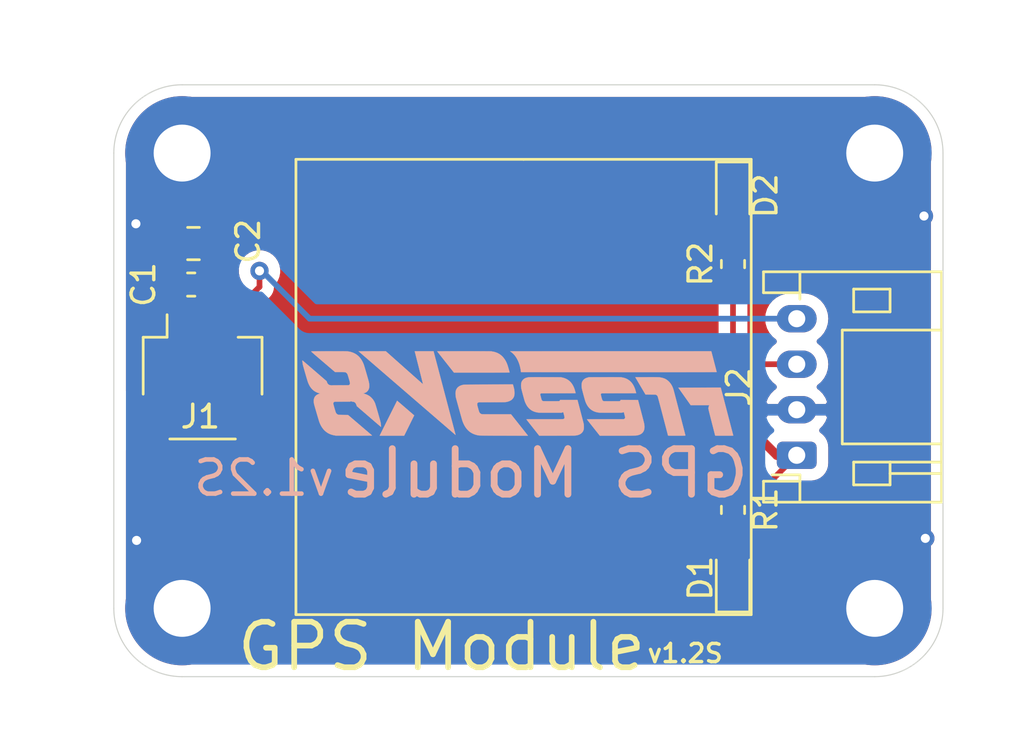
<source format=kicad_pcb>
(kicad_pcb (version 20171130) (host pcbnew "(5.1.5)-3")

  (general
    (thickness 1.6)
    (drawings 17)
    (tracks 31)
    (zones 0)
    (modules 13)
    (nets 7)
  )

  (page A4)
  (layers
    (0 F.Cu signal)
    (31 B.Cu signal)
    (32 B.Adhes user)
    (33 F.Adhes user)
    (34 B.Paste user)
    (35 F.Paste user)
    (36 B.SilkS user)
    (37 F.SilkS user)
    (38 B.Mask user)
    (39 F.Mask user)
    (40 Dwgs.User user)
    (41 Cmts.User user)
    (42 Eco1.User user)
    (43 Eco2.User user)
    (44 Edge.Cuts user)
    (45 Margin user)
    (46 B.CrtYd user)
    (47 F.CrtYd user)
    (48 B.Fab user)
    (49 F.Fab user hide)
  )

  (setup
    (last_trace_width 0.4)
    (user_trace_width 0.4)
    (trace_clearance 0.2)
    (zone_clearance 0.508)
    (zone_45_only no)
    (trace_min 0.2)
    (via_size 0.8)
    (via_drill 0.4)
    (via_min_size 0.4)
    (via_min_drill 0.3)
    (uvia_size 0.3)
    (uvia_drill 0.1)
    (uvias_allowed no)
    (uvia_min_size 0.2)
    (uvia_min_drill 0.1)
    (edge_width 0.05)
    (segment_width 0.2)
    (pcb_text_width 0.3)
    (pcb_text_size 1.5 1.5)
    (mod_edge_width 0.12)
    (mod_text_size 1 1)
    (mod_text_width 0.15)
    (pad_size 5 5)
    (pad_drill 2.5)
    (pad_to_mask_clearance 0.051)
    (solder_mask_min_width 0.25)
    (aux_axis_origin 0 0)
    (grid_origin 146.575001 100.275001)
    (visible_elements 7FFFFFFF)
    (pcbplotparams
      (layerselection 0x010fc_ffffffff)
      (usegerberextensions false)
      (usegerberattributes false)
      (usegerberadvancedattributes false)
      (creategerberjobfile false)
      (excludeedgelayer true)
      (linewidth 0.100000)
      (plotframeref false)
      (viasonmask false)
      (mode 1)
      (useauxorigin false)
      (hpglpennumber 1)
      (hpglpenspeed 20)
      (hpglpendiameter 15.000000)
      (psnegative false)
      (psa4output false)
      (plotreference true)
      (plotvalue true)
      (plotinvisibletext false)
      (padsonsilk false)
      (subtractmaskfromsilk false)
      (outputformat 1)
      (mirror false)
      (drillshape 0)
      (scaleselection 1)
      (outputdirectory "gerbers/"))
  )

  (net 0 "")
  (net 1 GND)
  (net 2 +3V3)
  (net 3 "Net-(D1-Pad2)")
  (net 4 "Net-(D2-Pad2)")
  (net 5 /RX)
  (net 6 /TX)

  (net_class Default "This is the default net class."
    (clearance 0.2)
    (trace_width 0.25)
    (via_dia 0.8)
    (via_drill 0.4)
    (uvia_dia 0.3)
    (uvia_drill 0.1)
    (add_net +3V3)
    (add_net /RX)
    (add_net /TX)
    (add_net GND)
    (add_net "Net-(D1-Pad2)")
    (add_net "Net-(D2-Pad2)")
  )

  (module Freesk8-receiver:FreeSK8-Logo-20x5mm (layer B.Cu) (tedit 0) (tstamp 60461E40)
    (at 146.375001 100.375001 180)
    (fp_text reference G*** (at 0 0) (layer B.SilkS) hide
      (effects (font (size 1.524 1.524) (thickness 0.3)) (justify mirror))
    )
    (fp_text value LOGO (at 0.75 0) (layer B.SilkS) hide
      (effects (font (size 1.524 1.524) (thickness 0.3)) (justify mirror))
    )
    (fp_poly (pts (xy -6.837414 1.669093) (xy -6.687705 1.669087) (xy -6.532906 1.669079) (xy -6.373222 1.669068)
      (xy -6.208858 1.669053) (xy -6.040021 1.669035) (xy -5.866916 1.669013) (xy -5.689748 1.668989)
      (xy -5.508722 1.668961) (xy -5.324045 1.66893) (xy -5.135923 1.668895) (xy -4.94456 1.668857)
      (xy -4.750162 1.668816) (xy -4.552934 1.668772) (xy -4.353083 1.668725) (xy -4.150814 1.668674)
      (xy -4.027066 1.668641) (xy 0.39058 1.667463) (xy 0.352243 1.642107) (xy 0.327812 1.624227)
      (xy 0.299593 1.600767) (xy 0.269561 1.573585) (xy 0.23969 1.544538) (xy 0.211954 1.515483)
      (xy 0.188326 1.488279) (xy 0.186909 1.486531) (xy 0.134409 1.41475) (xy 0.086414 1.335452)
      (xy 0.043289 1.249569) (xy 0.005399 1.158032) (xy -0.026891 1.061771) (xy -0.053217 0.961718)
      (xy -0.073214 0.858803) (xy -0.081301 0.801981) (xy -0.087135 0.754944) (xy -4.385086 0.753766)
      (xy -4.655697 0.753696) (xy -4.916956 0.753637) (xy -5.168918 0.75359) (xy -5.411641 0.753554)
      (xy -5.645179 0.75353) (xy -5.869588 0.753516) (xy -6.084925 0.753515) (xy -6.291243 0.753525)
      (xy -6.4886 0.753547) (xy -6.677051 0.75358) (xy -6.856652 0.753625) (xy -7.027458 0.753682)
      (xy -7.189526 0.75375) (xy -7.34291 0.753831) (xy -7.487667 0.753923) (xy -7.623852 0.754027)
      (xy -7.751521 0.754144) (xy -7.87073 0.754272) (xy -7.981534 0.754412) (xy -8.08399 0.754565)
      (xy -8.178152 0.75473) (xy -8.264077 0.754907) (xy -8.34182 0.755096) (xy -8.411437 0.755298)
      (xy -8.472984 0.755512) (xy -8.526517 0.755738) (xy -8.57209 0.755977) (xy -8.609761 0.756228)
      (xy -8.639584 0.756492) (xy -8.661615 0.756769) (xy -8.67591 0.757058) (xy -8.682525 0.75736)
      (xy -8.683037 0.757474) (xy -8.681882 0.762575) (xy -8.678546 0.776002) (xy -8.673224 0.797007)
      (xy -8.666109 0.824846) (xy -8.657395 0.858773) (xy -8.647277 0.89804) (xy -8.635949 0.941903)
      (xy -8.623605 0.989616) (xy -8.610438 1.040431) (xy -8.596644 1.093605) (xy -8.582415 1.148389)
      (xy -8.567947 1.204039) (xy -8.553432 1.259809) (xy -8.539066 1.314952) (xy -8.525042 1.368723)
      (xy -8.511555 1.420376) (xy -8.498798 1.469164) (xy -8.486966 1.514342) (xy -8.476252 1.555163)
      (xy -8.466851 1.590882) (xy -8.458957 1.620753) (xy -8.452764 1.64403) (xy -8.448466 1.659967)
      (xy -8.446257 1.667817) (xy -8.446008 1.668523) (xy -8.441278 1.668581) (xy -8.427347 1.668637)
      (xy -8.404419 1.668689) (xy -8.372701 1.668738) (xy -8.332397 1.668784) (xy -8.283714 1.668827)
      (xy -8.226857 1.668867) (xy -8.162032 1.668903) (xy -8.089443 1.668936) (xy -8.009298 1.668967)
      (xy -7.9218 1.668994) (xy -7.827157 1.669017) (xy -7.725572 1.669038) (xy -7.617253 1.669055)
      (xy -7.502404 1.66907) (xy -7.381232 1.669081) (xy -7.253941 1.669089) (xy -7.120737 1.669093)
      (xy -6.981826 1.669094) (xy -6.837414 1.669093)) (layer B.SilkS) (width 0.01))
    (fp_poly (pts (xy 2.421688 1.670168) (xy 2.512989 1.670132) (xy 2.603728 1.670067) (xy 2.69342 1.66997)
      (xy 2.781584 1.669844) (xy 2.867735 1.669688) (xy 2.951392 1.669502) (xy 3.032071 1.669286)
      (xy 3.109289 1.66904) (xy 3.182564 1.668765) (xy 3.251411 1.66846) (xy 3.31535 1.668127)
      (xy 3.373895 1.667764) (xy 3.426566 1.667372) (xy 3.472877 1.666952) (xy 3.512348 1.666502)
      (xy 3.544494 1.666025) (xy 3.568833 1.665518) (xy 3.584882 1.664984) (xy 3.592157 1.664421)
      (xy 3.592555 1.664239) (xy 3.589454 1.659922) (xy 3.580856 1.648683) (xy 3.567113 1.630971)
      (xy 3.548579 1.607233) (xy 3.525604 1.577915) (xy 3.498541 1.543466) (xy 3.467742 1.504333)
      (xy 3.433559 1.460963) (xy 3.396344 1.413803) (xy 3.35645 1.363301) (xy 3.314227 1.309905)
      (xy 3.27003 1.25406) (xy 3.224212 1.19622) (xy 2.857726 0.733777) (xy 1.635826 0.733777)
      (xy 1.529276 0.733792) (xy 1.425208 0.733837) (xy 1.324011 0.733909) (xy 1.226078 0.734008)
      (xy 1.131797 0.734132) (xy 1.041561 0.73428) (xy 0.955759 0.734451) (xy 0.874783 0.734644)
      (xy 0.799024 0.734857) (xy 0.728871 0.735089) (xy 0.664716 0.735339) (xy 0.606949 0.735605)
      (xy 0.555962 0.735887) (xy 0.512144 0.736182) (xy 0.475887 0.736491) (xy 0.447581 0.736811)
      (xy 0.427617 0.737141) (xy 0.416386 0.73748) (xy 0.413926 0.737731) (xy 0.415204 0.74448)
      (xy 0.418798 0.758978) (xy 0.424345 0.779957) (xy 0.431483 0.806149) (xy 0.439851 0.836285)
      (xy 0.449085 0.869097) (xy 0.458825 0.903315) (xy 0.468708 0.937671) (xy 0.478371 0.970897)
      (xy 0.487454 1.001724) (xy 0.495593 1.028883) (xy 0.502428 1.051106) (xy 0.507595 1.067124)
      (xy 0.509452 1.072444) (xy 0.533387 1.134054) (xy 0.557747 1.188978) (xy 0.583873 1.239893)
      (xy 0.613107 1.289474) (xy 0.635282 1.323549) (xy 0.687232 1.392778) (xy 0.744766 1.454452)
      (xy 0.807783 1.508513) (xy 0.876183 1.554903) (xy 0.949864 1.593563) (xy 1.028728 1.624434)
      (xy 1.112673 1.64746) (xy 1.201599 1.66258) (xy 1.222285 1.664887) (xy 1.232526 1.665454)
      (xy 1.25138 1.665989) (xy 1.278364 1.666491) (xy 1.312995 1.66696) (xy 1.354789 1.667397)
      (xy 1.403265 1.667801) (xy 1.457939 1.668173) (xy 1.518328 1.668513) (xy 1.583949 1.668821)
      (xy 1.65432 1.669097) (xy 1.728957 1.669341) (xy 1.807377 1.669553) (xy 1.889098 1.669735)
      (xy 1.973636 1.669884) (xy 2.060509 1.670003) (xy 2.149234 1.670091) (xy 2.239327 1.670147)
      (xy 2.330306 1.670173) (xy 2.421688 1.670168)) (layer B.SilkS) (width 0.01))
    (fp_poly (pts (xy 6.448987 1.668657) (xy 7.046404 1.667463) (xy 4.929244 -0.159926) (xy 4.806674 -0.265718)
      (xy 4.685844 -0.370004) (xy 4.566952 -0.472613) (xy 4.450195 -0.573375) (xy 4.335769 -0.672121)
      (xy 4.223871 -0.768681) (xy 4.1147 -0.862884) (xy 4.00845 -0.954562) (xy 3.905321 -1.043543)
      (xy 3.805507 -1.129659) (xy 3.709207 -1.212739) (xy 3.616618 -1.292613) (xy 3.527936 -1.369112)
      (xy 3.443358 -1.442065) (xy 3.363082 -1.511303) (xy 3.287304 -1.576656) (xy 3.216222 -1.637953)
      (xy 3.150031 -1.695026) (xy 3.08893 -1.747703) (xy 3.033115 -1.795816) (xy 2.982784 -1.839194)
      (xy 2.938132 -1.877667) (xy 2.899358 -1.911066) (xy 2.866658 -1.93922) (xy 2.840229 -1.96196)
      (xy 2.820269 -1.979116) (xy 2.806973 -1.990518) (xy 2.800539 -1.995995) (xy 2.799966 -1.996466)
      (xy 2.787848 -2.005618) (xy 2.790076 -1.994115) (xy 2.79142 -1.988802) (xy 2.795084 -1.974699)
      (xy 2.800985 -1.952113) (xy 2.809044 -1.92135) (xy 2.81918 -1.882717) (xy 2.831311 -1.836519)
      (xy 2.845359 -1.783064) (xy 2.861241 -1.722657) (xy 2.878878 -1.655606) (xy 2.898188 -1.582216)
      (xy 2.91909 -1.502795) (xy 2.941505 -1.417647) (xy 2.965352 -1.327081) (xy 2.990549 -1.231402)
      (xy 3.017016 -1.130917) (xy 3.044673 -1.025932) (xy 3.073439 -0.916754) (xy 3.103233 -0.803689)
      (xy 3.133974 -0.687043) (xy 3.165582 -0.567123) (xy 3.197977 -0.444236) (xy 3.231076 -0.318687)
      (xy 3.264801 -0.190784) (xy 3.273868 -0.156398) (xy 3.755432 1.669814) (xy 4.168737 1.669814)
      (xy 4.240603 1.669807) (xy 4.303635 1.669777) (xy 4.358405 1.669713) (xy 4.405485 1.669603)
      (xy 4.445449 1.669437) (xy 4.478869 1.669202) (xy 4.506319 1.668887) (xy 4.528369 1.668481)
      (xy 4.545595 1.667971) (xy 4.558567 1.667348) (xy 4.567859 1.666598) (xy 4.574044 1.665712)
      (xy 4.577694 1.664676) (xy 4.579382 1.66348) (xy 4.57968 1.662113) (xy 4.57956 1.661583)
      (xy 4.577558 1.654216) (xy 4.573461 1.638513) (xy 4.567419 1.615066) (xy 4.559581 1.584467)
      (xy 4.550097 1.54731) (xy 4.539116 1.504186) (xy 4.526789 1.455689) (xy 4.513264 1.40241)
      (xy 4.498691 1.344943) (xy 4.48322 1.283879) (xy 4.467 1.219811) (xy 4.450181 1.153333)
      (xy 4.432913 1.085035) (xy 4.415344 1.015512) (xy 4.397626 0.945355) (xy 4.379907 0.875156)
      (xy 4.362336 0.805509) (xy 4.345064 0.737006) (xy 4.32824 0.670239) (xy 4.312014 0.605801)
      (xy 4.296534 0.544284) (xy 4.281952 0.486282) (xy 4.268416 0.432385) (xy 4.256076 0.383188)
      (xy 4.245081 0.339282) (xy 4.235581 0.30126) (xy 4.227726 0.269715) (xy 4.221665 0.245238)
      (xy 4.217548 0.228423) (xy 4.215525 0.219862) (xy 4.215338 0.218859) (xy 4.218944 0.221812)
      (xy 4.229271 0.230743) (xy 4.24601 0.245377) (xy 4.26885 0.265441) (xy 4.297483 0.29066)
      (xy 4.331599 0.320761) (xy 4.370889 0.355471) (xy 4.415043 0.394514) (xy 4.463753 0.437618)
      (xy 4.516708 0.484508) (xy 4.573599 0.534912) (xy 4.634117 0.588553) (xy 4.697953 0.64516)
      (xy 4.764797 0.704458) (xy 4.834339 0.766174) (xy 4.906271 0.830032) (xy 4.980283 0.895761)
      (xy 5.03422 0.943675) (xy 5.851569 1.66985) (xy 6.448987 1.668657)) (layer B.SilkS) (width 0.01))
    (fp_poly (pts (xy 8.044605 1.669284) (xy 8.128383 1.669182) (xy 8.220506 1.669036) (xy 8.321439 1.66886)
      (xy 8.351426 1.668807) (xy 8.463464 1.668584) (xy 8.566228 1.668326) (xy 8.659852 1.668031)
      (xy 8.744467 1.667699) (xy 8.820208 1.667328) (xy 8.887207 1.666918) (xy 8.945598 1.666467)
      (xy 8.995515 1.665975) (xy 9.037089 1.665439) (xy 9.070455 1.66486) (xy 9.095746 1.664235)
      (xy 9.113094 1.663565) (xy 9.122633 1.662847) (xy 9.124552 1.662454) (xy 9.125745 1.661496)
      (xy 9.125925 1.65986) (xy 9.124759 1.657254) (xy 9.121919 1.653388) (xy 9.117074 1.64797)
      (xy 9.109894 1.64071) (xy 9.100049 1.631316) (xy 9.087208 1.619498) (xy 9.071042 1.604964)
      (xy 9.051219 1.587423) (xy 9.027411 1.566584) (xy 8.999287 1.542156) (xy 8.966516 1.513848)
      (xy 8.928769 1.48137) (xy 8.885715 1.444429) (xy 8.837024 1.402735) (xy 8.782366 1.355997)
      (xy 8.721411 1.303923) (xy 8.653828 1.246223) (xy 8.608308 1.207371) (xy 8.080938 0.757296)
      (xy 7.872489 0.757296) (xy 7.819145 0.757257) (xy 7.774298 0.757082) (xy 7.73704 0.756688)
      (xy 7.706461 0.75599) (xy 7.681653 0.754903) (xy 7.661705 0.753344) (xy 7.645709 0.751227)
      (xy 7.632755 0.748468) (xy 7.621934 0.744982) (xy 7.612337 0.740686) (xy 7.603053 0.735494)
      (xy 7.59691 0.731696) (xy 7.573918 0.713254) (xy 7.552575 0.689105) (xy 7.535943 0.662841)
      (xy 7.53305 0.656754) (xy 7.529293 0.646703) (xy 7.523332 0.628801) (xy 7.515535 0.604247)
      (xy 7.506273 0.574239) (xy 7.495916 0.539975) (xy 7.484835 0.502654) (xy 7.474033 0.465666)
      (xy 7.460869 0.419937) (xy 7.450212 0.382205) (xy 7.441819 0.351471) (xy 7.435446 0.326736)
      (xy 7.430849 0.307002) (xy 7.427785 0.291269) (xy 7.426008 0.27854) (xy 7.425276 0.267813)
      (xy 7.425233 0.265759) (xy 7.427149 0.237969) (xy 7.434363 0.216681) (xy 7.447815 0.200063)
      (xy 7.465018 0.188148) (xy 7.485945 0.176389) (xy 7.84813 0.175206) (xy 7.921646 0.17492)
      (xy 7.986123 0.17457) (xy 8.041928 0.174149) (xy 8.089429 0.17365) (xy 8.128994 0.173067)
      (xy 8.16099 0.172394) (xy 8.185786 0.171623) (xy 8.203748 0.170748) (xy 8.215245 0.169764)
      (xy 8.220645 0.168663) (xy 8.220738 0.168617) (xy 8.232121 0.165788) (xy 8.237201 0.16798)
      (xy 8.244795 0.17084) (xy 8.258647 0.173598) (xy 8.274125 0.175487) (xy 8.315532 0.182927)
      (xy 8.351345 0.197566) (xy 8.381857 0.219658) (xy 8.407363 0.249461) (xy 8.428155 0.287232)
      (xy 8.440961 0.321347) (xy 8.451284 0.353907) (xy 8.979322 0.809602) (xy 9.040102 0.862031)
      (xy 9.098958 0.912754) (xy 9.155495 0.961434) (xy 9.209318 1.007731) (xy 9.260032 1.051308)
      (xy 9.307241 1.091826) (xy 9.35055 1.128946) (xy 9.389565 1.16233) (xy 9.42389 1.19164)
      (xy 9.45313 1.216538) (xy 9.47689 1.236684) (xy 9.494775 1.251741) (xy 9.506389 1.261371)
      (xy 9.511337 1.265234) (xy 9.511476 1.265296) (xy 9.514353 1.260888) (xy 9.515549 1.248502)
      (xy 9.515181 1.229394) (xy 9.513362 1.20482) (xy 9.51021 1.176037) (xy 9.505839 1.144301)
      (xy 9.500364 1.110867) (xy 9.494413 1.0795) (xy 9.491186 1.06566) (xy 9.485533 1.043721)
      (xy 9.47772 1.014598) (xy 9.468011 0.979208) (xy 9.456671 0.938464) (xy 9.443964 0.893284)
      (xy 9.430156 0.844582) (xy 9.41551 0.793274) (xy 9.400292 0.740275) (xy 9.384766 0.686501)
      (xy 9.369197 0.632868) (xy 9.353849 0.580291) (xy 9.338987 0.529686) (xy 9.324876 0.481967)
      (xy 9.31178 0.438051) (xy 9.299964 0.398854) (xy 9.289693 0.36529) (xy 9.281231 0.338275)
      (xy 9.274843 0.318724) (xy 9.272784 0.312796) (xy 9.256304 0.270704) (xy 9.236384 0.226089)
      (xy 9.214501 0.181948) (xy 9.192131 0.141277) (xy 9.173083 0.110537) (xy 9.124274 0.04485)
      (xy 9.070582 -0.012837) (xy 9.0118 -0.062666) (xy 8.947721 -0.104778) (xy 8.878138 -0.139317)
      (xy 8.802842 -0.166423) (xy 8.746548 -0.181067) (xy 8.740674 -0.182797) (xy 8.739903 -0.184817)
      (xy 8.745282 -0.187773) (xy 8.757853 -0.192312) (xy 8.772419 -0.197074) (xy 8.830375 -0.219517)
      (xy 8.880676 -0.247034) (xy 8.923197 -0.279529) (xy 8.957818 -0.316907) (xy 8.984416 -0.359073)
      (xy 8.987169 -0.364672) (xy 9.003956 -0.410015) (xy 9.014071 -0.461177) (xy 9.017484 -0.517318)
      (xy 9.014168 -0.577598) (xy 9.004093 -0.641175) (xy 8.997438 -0.670278) (xy 8.993661 -0.684566)
      (xy 8.987521 -0.706759) (xy 8.979283 -0.735957) (xy 8.96921 -0.771257) (xy 8.957568 -0.811761)
      (xy 8.94462 -0.856566) (xy 8.93063 -0.904772) (xy 8.915863 -0.955477) (xy 8.900584 -1.007782)
      (xy 8.885055 -1.060785) (xy 8.869542 -1.113586) (xy 8.854308 -1.165283) (xy 8.839619 -1.214975)
      (xy 8.825737 -1.261763) (xy 8.812928 -1.304744) (xy 8.801455 -1.343018) (xy 8.791584 -1.375685)
      (xy 8.783577 -1.401843) (xy 8.7777 -1.420591) (xy 8.774685 -1.429717) (xy 8.738655 -1.520918)
      (xy 8.696811 -1.605232) (xy 8.649291 -1.682483) (xy 8.596234 -1.752491) (xy 8.537779 -1.815079)
      (xy 8.474065 -1.870071) (xy 8.405232 -1.917287) (xy 8.382971 -1.930265) (xy 8.323121 -1.96042)
      (xy 8.259928 -1.985473) (xy 8.191576 -2.006053) (xy 8.11625 -2.022785) (xy 8.113771 -2.023252)
      (xy 8.055093 -2.034236) (xy 7.274278 -2.034862) (xy 7.189012 -2.034913) (xy 7.106129 -2.034929)
      (xy 7.026132 -2.03491) (xy 6.949526 -2.034858) (xy 6.876815 -2.034776) (xy 6.808504 -2.034663)
      (xy 6.745097 -2.034522) (xy 6.687097 -2.034354) (xy 6.63501 -2.034161) (xy 6.58934 -2.033943)
      (xy 6.55059 -2.033703) (xy 6.519266 -2.033442) (xy 6.495871 -2.033161) (xy 6.48091 -2.032862)
      (xy 6.475006 -2.032569) (xy 6.45655 -2.029648) (xy 6.982956 -1.580445) (xy 7.509362 -1.131241)
      (xy 7.714023 -1.128528) (xy 7.76499 -1.127806) (xy 7.807436 -1.127085) (xy 7.842246 -1.126325)
      (xy 7.870307 -1.125486) (xy 7.892505 -1.124526) (xy 7.909726 -1.123405) (xy 7.922857 -1.122084)
      (xy 7.932782 -1.12052) (xy 7.940389 -1.118675) (xy 7.942204 -1.118109) (xy 7.979515 -1.101227)
      (xy 8.010836 -1.077164) (xy 8.035759 -1.046308) (xy 8.05265 -1.012359) (xy 8.056159 -1.00208)
      (xy 8.061899 -0.983981) (xy 8.069499 -0.959283) (xy 8.078591 -0.929206) (xy 8.088804 -0.894973)
      (xy 8.099769 -0.857804) (xy 8.109581 -0.824211) (xy 8.122981 -0.777753) (xy 8.133806 -0.739342)
      (xy 8.142286 -0.708048) (xy 8.148651 -0.682939) (xy 8.153133 -0.663084) (xy 8.155961 -0.647551)
      (xy 8.157366 -0.635409) (xy 8.157612 -0.630042) (xy 8.15584 -0.603164) (xy 8.148741 -0.582798)
      (xy 8.13529 -0.567094) (xy 8.116162 -0.555037) (xy 8.092722 -0.543278) (xy 7.405982 -0.540858)
      (xy 7.395797 -0.52838) (xy 7.385612 -0.515901) (xy 7.371615 -0.527679) (xy 7.362753 -0.53388)
      (xy 7.352273 -0.537916) (xy 7.337498 -0.540516) (xy 7.318095 -0.542246) (xy 7.276701 -0.548118)
      (xy 7.24131 -0.559836) (xy 7.211247 -0.577995) (xy 7.185835 -0.603192) (xy 7.164397 -0.636024)
      (xy 7.146256 -0.677088) (xy 7.138223 -0.700852) (xy 7.125799 -0.740834) (xy 6.59903 -1.194741)
      (xy 6.538288 -1.247065) (xy 6.479467 -1.297704) (xy 6.422963 -1.346317) (xy 6.369172 -1.392565)
      (xy 6.318492 -1.436108) (xy 6.271318 -1.476606) (xy 6.228049 -1.513718) (xy 6.189079 -1.547104)
      (xy 6.154806 -1.576426) (xy 6.125627 -1.601342) (xy 6.101938 -1.621513) (xy 6.084136 -1.636598)
      (xy 6.072617 -1.646258) (xy 6.067779 -1.650153) (xy 6.067668 -1.650216) (xy 6.064633 -1.647097)
      (xy 6.063085 -1.635992) (xy 6.062922 -1.618188) (xy 6.064039 -1.594973) (xy 6.066332 -1.567632)
      (xy 6.069696 -1.537452) (xy 6.074029 -1.50572) (xy 6.079226 -1.473723) (xy 6.083947 -1.448741)
      (xy 6.087696 -1.432274) (xy 6.093815 -1.407953) (xy 6.102052 -1.376646) (xy 6.112157 -1.339224)
      (xy 6.123878 -1.296558) (xy 6.136965 -1.249516) (xy 6.151167 -1.198968) (xy 6.166232 -1.145786)
      (xy 6.181909 -1.090837) (xy 6.197948 -1.034994) (xy 6.214098 -0.979125) (xy 6.230106 -0.9241)
      (xy 6.245724 -0.870789) (xy 6.260698 -0.820063) (xy 6.274779 -0.772791) (xy 6.287716 -0.729842)
      (xy 6.299256 -0.692088) (xy 6.30915 -0.660398) (xy 6.317147 -0.635642) (xy 6.322994 -0.618689)
      (xy 6.32486 -0.613834) (xy 6.357315 -0.543479) (xy 6.394539 -0.480209) (xy 6.437574 -0.422466)
      (xy 6.487464 -0.368697) (xy 6.492885 -0.363464) (xy 6.541125 -0.321388) (xy 6.591462 -0.285982)
      (xy 6.647303 -0.254879) (xy 6.653389 -0.251881) (xy 6.68511 -0.237537) (xy 6.720795 -0.223233)
      (xy 6.757284 -0.210112) (xy 6.79142 -0.199318) (xy 6.816872 -0.192682) (xy 6.830893 -0.189191)
      (xy 6.83994 -0.186234) (xy 6.842009 -0.184701) (xy 6.837013 -0.182449) (xy 6.825091 -0.177928)
      (xy 6.808229 -0.171873) (xy 6.795081 -0.167299) (xy 6.755285 -0.151853) (xy 6.722079 -0.134655)
      (xy 6.692643 -0.114013) (xy 6.665301 -0.089371) (xy 6.632869 -0.050604) (xy 6.607527 -0.005772)
      (xy 6.589452 0.044816) (xy 6.589235 0.045623) (xy 6.581975 0.084284) (xy 6.578671 0.129659)
      (xy 6.579237 0.179968) (xy 6.583583 0.233433) (xy 6.591621 0.288273) (xy 6.603264 0.34271)
      (xy 6.60415 0.346217) (xy 6.609642 0.367057) (xy 6.61728 0.395014) (xy 6.626803 0.429194)
      (xy 6.637949 0.4687) (xy 6.650456 0.512636) (xy 6.664062 0.560105) (xy 6.678505 0.610213)
      (xy 6.693523 0.662062) (xy 6.708855 0.714758) (xy 6.724238 0.767403) (xy 6.739411 0.819102)
      (xy 6.754112 0.868958) (xy 6.768079 0.916076) (xy 6.781051 0.95956) (xy 6.792764 0.998514)
      (xy 6.802959 1.032041) (xy 6.811371 1.059245) (xy 6.817741 1.079231) (xy 6.821806 1.091103)
      (xy 6.821919 1.091404) (xy 6.860626 1.182214) (xy 6.904687 1.265307) (xy 6.954094 1.340675)
      (xy 7.008837 1.408309) (xy 7.068911 1.468203) (xy 7.134305 1.520349) (xy 7.205013 1.564739)
      (xy 7.281025 1.601365) (xy 7.362335 1.63022) (xy 7.404303 1.641568) (xy 7.418982 1.645149)
      (xy 7.432692 1.648418) (xy 7.445898 1.651389) (xy 7.459065 1.654076) (xy 7.47266 1.656491)
      (xy 7.487149 1.658649) (xy 7.502996 1.660562) (xy 7.520669 1.662244) (xy 7.540632 1.663708)
      (xy 7.563351 1.664969) (xy 7.589293 1.666038) (xy 7.618922 1.66693) (xy 7.652705 1.667658)
      (xy 7.691107 1.668235) (xy 7.734594 1.668675) (xy 7.783632 1.668991) (xy 7.838686 1.669197)
      (xy 7.900223 1.669305) (xy 7.968707 1.66933) (xy 8.044605 1.669284)) (layer B.SilkS) (width 0.01))
    (fp_poly (pts (xy 5.357462 -0.508591) (xy 5.363728 -0.520914) (xy 5.373675 -0.540626) (xy 5.387047 -0.567211)
      (xy 5.403587 -0.600154) (xy 5.423037 -0.638941) (xy 5.445139 -0.683054) (xy 5.469637 -0.73198)
      (xy 5.496273 -0.785202) (xy 5.52479 -0.842206) (xy 5.55493 -0.902476) (xy 5.586436 -0.965497)
      (xy 5.619051 -1.030754) (xy 5.652517 -1.09773) (xy 5.686577 -1.165912) (xy 5.720974 -1.234783)
      (xy 5.755451 -1.303828) (xy 5.789749 -1.372532) (xy 5.823612 -1.44038) (xy 5.856783 -1.506855)
      (xy 5.889003 -1.571444) (xy 5.920017 -1.63363) (xy 5.949565 -1.692899) (xy 5.977392 -1.748734)
      (xy 6.00324 -1.800621) (xy 6.02685 -1.848044) (xy 6.047967 -1.890488) (xy 6.066333 -1.927438)
      (xy 6.08169 -1.958378) (xy 6.093781 -1.982793) (xy 6.102349 -2.000167) (xy 6.107136 -2.009986)
      (xy 6.107991 -2.011809) (xy 6.119001 -2.036704) (xy 5.044188 -2.036704) (xy 4.929833 -1.805047)
      (xy 4.903618 -1.751938) (xy 4.874777 -1.693505) (xy 4.844325 -1.631806) (xy 4.81328 -1.5689)
      (xy 4.782657 -1.506848) (xy 4.753474 -1.447709) (xy 4.726746 -1.393542) (xy 4.710454 -1.360522)
      (xy 4.605429 -1.147656) (xy 4.979606 -0.825176) (xy 5.030602 -0.78125) (xy 5.079573 -0.739117)
      (xy 5.126052 -0.699175) (xy 5.169571 -0.661825) (xy 5.209663 -0.627464) (xy 5.245862 -0.596494)
      (xy 5.2777 -0.569312) (xy 5.30471 -0.546319) (xy 5.326424 -0.527914) (xy 5.342376 -0.514496)
      (xy 5.352098 -0.506464) (xy 5.355136 -0.504172) (xy 5.357462 -0.508591)) (layer B.SilkS) (width 0.01))
    (fp_poly (pts (xy 1.311636 0.209569) (xy 1.432927 0.209187) (xy 1.548196 0.208782) (xy 1.657212 0.208354)
      (xy 1.759743 0.207906) (xy 1.855558 0.207438) (xy 1.944426 0.206953) (xy 2.026116 0.206453)
      (xy 2.100397 0.205938) (xy 2.167038 0.205411) (xy 2.225807 0.204873) (xy 2.276474 0.204326)
      (xy 2.318807 0.203772) (xy 2.352576 0.203212) (xy 2.377549 0.202648) (xy 2.393494 0.202082)
      (xy 2.398889 0.201715) (xy 2.470454 0.190705) (xy 2.534962 0.173685) (xy 2.592348 0.15068)
      (xy 2.642549 0.12172) (xy 2.685501 0.086831) (xy 2.696207 0.076016) (xy 2.729045 0.035771)
      (xy 2.754321 -0.0078) (xy 2.772717 -0.056132) (xy 2.784852 -0.110263) (xy 2.787924 -0.139717)
      (xy 2.789062 -0.175859) (xy 2.788384 -0.216198) (xy 2.786008 -0.25824) (xy 2.782052 -0.299493)
      (xy 2.776634 -0.337464) (xy 2.773268 -0.35513) (xy 2.770454 -0.366941) (xy 2.765286 -0.387043)
      (xy 2.757975 -0.414682) (xy 2.748731 -0.449101) (xy 2.737764 -0.489548) (xy 2.725285 -0.535267)
      (xy 2.711505 -0.585503) (xy 2.696634 -0.639501) (xy 2.680882 -0.696508) (xy 2.66446 -0.755767)
      (xy 2.647578 -0.816525) (xy 2.630448 -0.878026) (xy 2.613279 -0.939516) (xy 2.596281 -1.00024)
      (xy 2.579666 -1.059443) (xy 2.563644 -1.116372) (xy 2.548426 -1.170269) (xy 2.534221 -1.220382)
      (xy 2.52124 -1.265956) (xy 2.509694 -1.306235) (xy 2.499794 -1.340465) (xy 2.491749 -1.367891)
      (xy 2.48577 -1.387758) (xy 2.482068 -1.399312) (xy 2.482054 -1.399352) (xy 2.444747 -1.494743)
      (xy 2.40219 -1.582447) (xy 2.354414 -1.662424) (xy 2.301444 -1.734631) (xy 2.243311 -1.799028)
      (xy 2.180041 -1.855573) (xy 2.158374 -1.872256) (xy 2.0909 -1.916799) (xy 2.01766 -1.95457)
      (xy 1.938326 -1.985703) (xy 1.852571 -2.010329) (xy 1.77791 -2.025642) (xy 1.772035 -2.026587)
      (xy 1.765574 -2.027461) (xy 1.758151 -2.028267) (xy 1.749387 -2.029008) (xy 1.738904 -2.029688)
      (xy 1.726325 -2.03031) (xy 1.711272 -2.030877) (xy 1.693366 -2.031394) (xy 1.67223 -2.031863)
      (xy 1.647485 -2.032287) (xy 1.618755 -2.03267) (xy 1.585661 -2.033016) (xy 1.547825 -2.033327)
      (xy 1.50487 -2.033608) (xy 1.456417 -2.03386) (xy 1.402088 -2.034089) (xy 1.341506 -2.034296)
      (xy 1.274293 -2.034487) (xy 1.200071 -2.034662) (xy 1.118462 -2.034827) (xy 1.029087 -2.034985)
      (xy 0.93157 -2.035139) (xy 0.825533 -2.035291) (xy 0.710597 -2.035447) (xy 0.66863 -2.035502)
      (xy -0.391351 -2.036884) (xy -0.37324 -2.014091) (xy -0.368029 -2.007522) (xy -0.357357 -1.99406)
      (xy -0.341605 -1.974184) (xy -0.321152 -1.948375) (xy -0.29638 -1.917113) (xy -0.26767 -1.880879)
      (xy -0.235401 -1.840153) (xy -0.199955 -1.795416) (xy -0.161711 -1.747147) (xy -0.121051 -1.695827)
      (xy -0.078356 -1.641936) (xy -0.034005 -1.585955) (xy -0.002352 -1.546) (xy 0.350426 -1.100702)
      (xy 0.983755 -1.100684) (xy 1.073732 -1.100679) (xy 1.154792 -1.100665) (xy 1.227426 -1.100634)
      (xy 1.292125 -1.100579) (xy 1.349378 -1.100493) (xy 1.399677 -1.100371) (xy 1.443511 -1.100203)
      (xy 1.481373 -1.099984) (xy 1.513751 -1.099706) (xy 1.541137 -1.099363) (xy 1.564022 -1.098948)
      (xy 1.582896 -1.098452) (xy 1.598249 -1.097871) (xy 1.610572 -1.097195) (xy 1.620355 -1.096419)
      (xy 1.62809 -1.095536) (xy 1.634267 -1.094538) (xy 1.639376 -1.093419) (xy 1.643907 -1.09217)
      (xy 1.646977 -1.091224) (xy 1.681432 -1.076304) (xy 1.709759 -1.054829) (xy 1.729363 -1.031739)
      (xy 1.735543 -1.022646) (xy 1.741121 -1.01325) (xy 1.746457 -1.002515) (xy 1.751914 -0.989404)
      (xy 1.757856 -0.972881) (xy 1.764643 -0.951907) (xy 1.77264 -0.925447) (xy 1.782207 -0.892464)
      (xy 1.793709 -0.851921) (xy 1.799817 -0.830204) (xy 1.810804 -0.790797) (xy 1.819411 -0.759121)
      (xy 1.825919 -0.733885) (xy 1.830609 -0.713797) (xy 1.83376 -0.697564) (xy 1.835655 -0.683896)
      (xy 1.836573 -0.671499) (xy 1.836796 -0.66004) (xy 1.8356 -0.634585) (xy 1.83117 -0.61605)
      (xy 1.822241 -0.602154) (xy 1.807549 -0.590619) (xy 1.794219 -0.58326) (xy 1.770945 -0.5715)
      (xy 1.185333 -0.568777) (xy 1.098051 -0.568362) (xy 1.019662 -0.567966) (xy 0.94965 -0.567579)
      (xy 0.887501 -0.567193) (xy 0.832699 -0.5668) (xy 0.784731 -0.56639) (xy 0.74308 -0.565954)
      (xy 0.707233 -0.565484) (xy 0.676674 -0.564971) (xy 0.650888 -0.564405) (xy 0.629361 -0.563779)
      (xy 0.611577 -0.563083) (xy 0.597022 -0.562309) (xy 0.585181 -0.561447) (xy 0.575539 -0.560489)
      (xy 0.567581 -0.559426) (xy 0.560792 -0.558249) (xy 0.559741 -0.558041) (xy 0.517373 -0.548819)
      (xy 0.481343 -0.539151) (xy 0.448598 -0.52805) (xy 0.416084 -0.514529) (xy 0.395659 -0.504961)
      (xy 0.371159 -0.492693) (xy 0.352406 -0.481967) (xy 0.336461 -0.47071) (xy 0.320387 -0.456846)
      (xy 0.301246 -0.438302) (xy 0.301188 -0.438245) (xy 0.272928 -0.407942) (xy 0.251253 -0.379269)
      (xy 0.234404 -0.349511) (xy 0.220625 -0.315949) (xy 0.218935 -0.31107) (xy 0.209884 -0.281084)
      (xy 0.20358 -0.251402) (xy 0.199774 -0.21977) (xy 0.198217 -0.183929) (xy 0.19866 -0.141623)
      (xy 0.199029 -0.130458) (xy 0.200376 -0.101433) (xy 0.202366 -0.074471) (xy 0.205258 -0.048251)
      (xy 0.209316 -0.021454) (xy 0.214798 0.007238) (xy 0.221966 0.039144) (xy 0.23108 0.075585)
      (xy 0.242403 0.117878) (xy 0.256194 0.167344) (xy 0.261901 0.18747) (xy 0.269068 0.212662)
      (xy 1.311636 0.209569)) (layer B.SilkS) (width 0.01))
    (fp_poly (pts (xy -0.75563 0.53096) (xy -0.698655 0.530869) (xy -0.648156 0.53068) (xy -0.603647 0.530382)
      (xy -0.564638 0.529964) (xy -0.530641 0.529414) (xy -0.501168 0.528723) (xy -0.47573 0.527879)
      (xy -0.45384 0.526872) (xy -0.435008 0.525691) (xy -0.418747 0.524325) (xy -0.404568 0.522763)
      (xy -0.391982 0.520994) (xy -0.380502 0.519008) (xy -0.369639 0.516793) (xy -0.358904 0.51434)
      (xy -0.351433 0.51253) (xy -0.300804 0.497544) (xy -0.257371 0.478863) (xy -0.219322 0.455497)
      (xy -0.184842 0.426452) (xy -0.173936 0.41545) (xy -0.145644 0.381519) (xy -0.123817 0.345356)
      (xy -0.107899 0.305492) (xy -0.097338 0.260458) (xy -0.091579 0.208786) (xy -0.090849 0.195203)
      (xy -0.090236 0.147093) (xy -0.093023 0.10042) (xy -0.099525 0.051544) (xy -0.106445 0.014111)
      (xy -0.109857 -0.001067) (xy -0.115497 -0.024129) (xy -0.123052 -0.053916) (xy -0.132206 -0.089268)
      (xy -0.142647 -0.129024) (xy -0.154061 -0.172025) (xy -0.166134 -0.217109) (xy -0.178551 -0.263118)
      (xy -0.190999 -0.30889) (xy -0.203164 -0.353266) (xy -0.214732 -0.395085) (xy -0.22539 -0.433187)
      (xy -0.234823 -0.466413) (xy -0.242717 -0.493601) (xy -0.248759 -0.513592) (xy -0.251522 -0.522111)
      (xy -0.268087 -0.565645) (xy -0.288648 -0.611937) (xy -0.311874 -0.658409) (xy -0.336432 -0.702485)
      (xy -0.360989 -0.741587) (xy -0.375692 -0.762285) (xy -0.424367 -0.820793) (xy -0.476466 -0.871323)
      (xy -0.532714 -0.914308) (xy -0.59384 -0.950185) (xy -0.66057 -0.979387) (xy -0.733631 -1.00235)
      (xy -0.801981 -1.017422) (xy -0.811036 -1.019055) (xy -0.81972 -1.020507) (xy -0.828616 -1.021788)
      (xy -0.838306 -1.022908) (xy -0.849375 -1.023879) (xy -0.862406 -1.02471) (xy -0.877981 -1.025414)
      (xy -0.896684 -1.026) (xy -0.919099 -1.026479) (xy -0.945808 -1.026862) (xy -0.977394 -1.02716)
      (xy -1.014442 -1.027384) (xy -1.057534 -1.027544) (xy -1.107253 -1.02765) (xy -1.164183 -1.027714)
      (xy -1.228907 -1.027747) (xy -1.302008 -1.027758) (xy -1.364074 -1.02776) (xy -1.869722 -1.02776)
      (xy -1.905 -1.015188) (xy -1.92186 -1.009678) (xy -1.935191 -1.006251) (xy -1.94267 -1.005476)
      (xy -1.94337 -1.00578) (xy -1.945421 -1.011066) (xy -1.949445 -1.02411) (xy -1.955058 -1.043565)
      (xy -1.961875 -1.068083) (xy -1.96951 -1.096315) (xy -1.973164 -1.110074) (xy -1.982213 -1.144823)
      (xy -1.988947 -1.172039) (xy -1.993648 -1.193231) (xy -1.996602 -1.209907) (xy -1.998092 -1.223576)
      (xy -1.998402 -1.235746) (xy -1.998149 -1.242796) (xy -1.996608 -1.260997) (xy -1.993669 -1.273113)
      (xy -1.988213 -1.282464) (xy -1.982656 -1.288768) (xy -1.979444 -1.292293) (xy -1.976582 -1.295513)
      (xy -1.973653 -1.298441) (xy -1.970237 -1.301092) (xy -1.965915 -1.303479) (xy -1.960269 -1.305616)
      (xy -1.952879 -1.307517) (xy -1.943328 -1.309196) (xy -1.931195 -1.310666) (xy -1.916062 -1.311941)
      (xy -1.89751 -1.313035) (xy -1.875121 -1.313961) (xy -1.848475 -1.314734) (xy -1.817154 -1.315367)
      (xy -1.780739 -1.315874) (xy -1.73881 -1.316269) (xy -1.690949 -1.316565) (xy -1.636738 -1.316777)
      (xy -1.575757 -1.316917) (xy -1.507587 -1.317001) (xy -1.43181 -1.317041) (xy -1.348006 -1.317051)
      (xy -1.255757 -1.317046) (xy -1.154644 -1.317038) (xy -1.122828 -1.317037) (xy -1.020288 -1.317044)
      (xy -0.926755 -1.317068) (xy -0.841828 -1.317111) (xy -0.765106 -1.317178) (xy -0.696188 -1.317272)
      (xy -0.634673 -1.317396) (xy -0.580161 -1.317554) (xy -0.532252 -1.31775) (xy -0.490543 -1.317986)
      (xy -0.454635 -1.318267) (xy -0.424126 -1.318596) (xy -0.398616 -1.318976) (xy -0.377705 -1.319411)
      (xy -0.36099 -1.319904) (xy -0.348072 -1.32046) (xy -0.33855 -1.32108) (xy -0.332023 -1.32177)
      (xy -0.328089 -1.322532) (xy -0.32635 -1.32337) (xy -0.326217 -1.32399) (xy -0.32946 -1.328601)
      (xy -0.33814 -1.340067) (xy -0.351854 -1.357869) (xy -0.370195 -1.381489) (xy -0.392758 -1.41041)
      (xy -0.419137 -1.444113) (xy -0.448927 -1.482081) (xy -0.481721 -1.523796) (xy -0.517115 -1.568739)
      (xy -0.554704 -1.616394) (xy -0.59408 -1.666241) (xy -0.607766 -1.68355) (xy -0.886648 -2.036157)
      (xy -1.667463 -2.035678) (xy -1.752693 -2.035616) (xy -1.835519 -2.035537) (xy -1.915439 -2.035442)
      (xy -1.99195 -2.035333) (xy -2.06455 -2.035211) (xy -2.132735 -2.035077) (xy -2.196004 -2.034933)
      (xy -2.253853 -2.034779) (xy -2.305781 -2.034618) (xy -2.351284 -2.03445) (xy -2.389859 -2.034278)
      (xy -2.421005 -2.034101) (xy -2.444219 -2.033922) (xy -2.458998 -2.033742) (xy -2.464741 -2.033574)
      (xy -2.534867 -2.023312) (xy -2.598551 -2.007085) (xy -2.655566 -1.985028) (xy -2.705685 -1.95728)
      (xy -2.74868 -1.923978) (xy -2.784325 -1.88526) (xy -2.812391 -1.841264) (xy -2.824121 -1.815839)
      (xy -2.834483 -1.787453) (xy -2.841935 -1.759513) (xy -2.846762 -1.729905) (xy -2.849248 -1.696511)
      (xy -2.849677 -1.657218) (xy -2.849077 -1.630278) (xy -2.847018 -1.585695) (xy -2.843767 -1.548449)
      (xy -2.839124 -1.51652) (xy -2.836417 -1.502834) (xy -2.833825 -1.491823) (xy -2.829003 -1.472391)
      (xy -2.822125 -1.445208) (xy -2.813366 -1.41095) (xy -2.802898 -1.370287) (xy -2.790898 -1.323892)
      (xy -2.777538 -1.272439) (xy -2.762994 -1.2166) (xy -2.747439 -1.157047) (xy -2.731048 -1.094454)
      (xy -2.713995 -1.029493) (xy -2.699927 -0.976019) (xy -2.682669 -0.910476) (xy -2.666047 -0.847334)
      (xy -2.650223 -0.787208) (xy -2.635358 -0.730712) (xy -2.621614 -0.678462) (xy -2.609153 -0.63107)
      (xy -2.598135 -0.589152) (xy -2.588723 -0.553322) (xy -2.581078 -0.524194) (xy -2.575361 -0.502383)
      (xy -2.571735 -0.488504) (xy -2.570392 -0.483306) (xy -2.567202 -0.470371) (xy -1.80358 -0.470371)
      (xy -1.79667 -0.490313) (xy -1.794637 -0.496551) (xy -1.792737 -0.501981) (xy -1.790342 -0.506659)
      (xy -1.786826 -0.510641) (xy -1.781562 -0.513983) (xy -1.773922 -0.51674) (xy -1.763281 -0.518969)
      (xy -1.74901 -0.520725) (xy -1.730484 -0.522065) (xy -1.707075 -0.523043) (xy -1.678156 -0.523717)
      (xy -1.643101 -0.524141) (xy -1.601282 -0.524372) (xy -1.552072 -0.524466) (xy -1.494846 -0.524478)
      (xy -1.428975 -0.524464) (xy -1.413463 -0.524463) (xy -1.344105 -0.524428) (xy -1.28361 -0.524316)
      (xy -1.231436 -0.524119) (xy -1.187037 -0.523828) (xy -1.149872 -0.523434) (xy -1.119396 -0.522928)
      (xy -1.095066 -0.5223) (xy -1.076337 -0.521543) (xy -1.062668 -0.520647) (xy -1.053513 -0.519603)
      (xy -1.048535 -0.518478) (xy -1.028213 -0.507258) (xy -1.009561 -0.489919) (xy -0.995936 -0.4696)
      (xy -0.995712 -0.469131) (xy -0.992367 -0.460045) (xy -0.987173 -0.443515) (xy -0.980589 -0.421217)
      (xy -0.973071 -0.39483) (xy -0.965079 -0.366028) (xy -0.957068 -0.336489) (xy -0.949496 -0.307889)
      (xy -0.942821 -0.281905) (xy -0.937501 -0.260214) (xy -0.933993 -0.244492) (xy -0.933112 -0.23972)
      (xy -0.933334 -0.217103) (xy -0.941209 -0.198248) (xy -0.956054 -0.184754) (xy -0.95669 -0.184399)
      (xy -0.959068 -0.183351) (xy -0.962486 -0.182395) (xy -0.967376 -0.181528) (xy -0.974172 -0.180743)
      (xy -0.983305 -0.180036) (xy -0.995208 -0.1794) (xy -1.010315 -0.178832) (xy -1.029056 -0.178326)
      (xy -1.051866 -0.177876) (xy -1.079177 -0.177478) (xy -1.11142 -0.177126) (xy -1.14903 -0.176816)
      (xy -1.192437 -0.176541) (xy -1.242076 -0.176297) (xy -1.298378 -0.176078) (xy -1.361776 -0.17588)
      (xy -1.432703 -0.175698) (xy -1.511591 -0.175525) (xy -1.598873 -0.175357) (xy -1.694981 -0.175189)
      (xy -1.730077 -0.17513) (xy -1.829085 -0.174962) (xy -1.919108 -0.174798) (xy -2.000572 -0.174632)
      (xy -2.0739 -0.174461) (xy -2.139516 -0.174277) (xy -2.197844 -0.174077) (xy -2.249308 -0.173854)
      (xy -2.294332 -0.173604) (xy -2.333339 -0.173321) (xy -2.366754 -0.173) (xy -2.395001 -0.172636)
      (xy -2.418502 -0.172223) (xy -2.437682 -0.171756) (xy -2.452966 -0.17123) (xy -2.464776 -0.170639)
      (xy -2.473538 -0.169979) (xy -2.479673 -0.169244) (xy -2.483607 -0.168429) (xy -2.485764 -0.167528)
      (xy -2.486567 -0.166536) (xy -2.486534 -0.165722) (xy -2.484559 -0.158526) (xy -2.480623 -0.144014)
      (xy -2.475206 -0.123958) (xy -2.468785 -0.100129) (xy -2.464935 -0.085818) (xy -2.45149 -0.037611)
      (xy -2.438779 0.003742) (xy -2.425947 0.04066) (xy -2.412139 0.07556) (xy -2.396499 0.110862)
      (xy -2.39177 0.120947) (xy -2.35167 0.196076) (xy -2.306157 0.26352) (xy -2.255128 0.323358)
      (xy -2.198481 0.37567) (xy -2.136112 0.420535) (xy -2.067921 0.458033) (xy -1.993804 0.488244)
      (xy -1.913658 0.511246) (xy -1.879612 0.518501) (xy -1.872272 0.519894) (xy -1.865063 0.521154)
      (xy -1.857493 0.52229) (xy -1.849074 0.523308) (xy -1.839315 0.524217) (xy -1.827725 0.525026)
      (xy -1.813816 0.525741) (xy -1.797097 0.526371) (xy -1.777077 0.526923) (xy -1.753268 0.527407)
      (xy -1.725178 0.52783) (xy -1.692318 0.528199) (xy -1.654198 0.528523) (xy -1.610328 0.52881)
      (xy -1.560218 0.529068) (xy -1.503377 0.529305) (xy -1.439316 0.529528) (xy -1.367545 0.529746)
      (xy -1.287573 0.529967) (xy -1.198911 0.530198) (xy -1.154759 0.530312) (xy -1.058072 0.530552)
      (xy -0.970304 0.530747) (xy -0.890967 0.530888) (xy -0.819571 0.530962) (xy -0.75563 0.53096)) (layer B.SilkS) (width 0.01))
    (fp_poly (pts (xy -3.96665 0.530789) (xy -3.868586 0.530663) (xy -3.761269 0.530446) (xy -3.7465 0.53041)
      (xy -3.078574 0.528791) (xy -3.031537 0.51807) (xy -2.970345 0.500489) (xy -2.916635 0.477326)
      (xy -2.870389 0.448546) (xy -2.831588 0.414112) (xy -2.800211 0.373986) (xy -2.776239 0.328131)
      (xy -2.759653 0.276512) (xy -2.750434 0.219092) (xy -2.748561 0.155832) (xy -2.754016 0.086698)
      (xy -2.765822 0.016246) (xy -2.77007 -0.00275) (xy -2.776471 -0.029167) (xy -2.784715 -0.061866)
      (xy -2.794493 -0.099711) (xy -2.805494 -0.141566) (xy -2.817407 -0.186294) (xy -2.829923 -0.232758)
      (xy -2.842731 -0.279821) (xy -2.855522 -0.326346) (xy -2.867984 -0.371198) (xy -2.879808 -0.413238)
      (xy -2.890683 -0.451331) (xy -2.9003 -0.484339) (xy -2.908348 -0.511126) (xy -2.914517 -0.530555)
      (xy -2.916954 -0.537577) (xy -2.951581 -0.620916) (xy -2.991431 -0.696439) (xy -3.036548 -0.764184)
      (xy -3.086974 -0.824188) (xy -3.142751 -0.876488) (xy -3.203922 -0.92112) (xy -3.270529 -0.958121)
      (xy -3.342616 -0.987529) (xy -3.420223 -1.009379) (xy -3.47244 -1.019356) (xy -3.481527 -1.020705)
      (xy -3.491172 -1.021903) (xy -3.501959 -1.022958) (xy -3.514474 -1.02388) (xy -3.529299 -1.024677)
      (xy -3.54702 -1.025358) (xy -3.568221 -1.025932) (xy -3.593486 -1.026408) (xy -3.6234 -1.026796)
      (xy -3.658548 -1.027103) (xy -3.699513 -1.027338) (xy -3.74688 -1.027512) (xy -3.801234 -1.027632)
      (xy -3.863159 -1.027707) (xy -3.933239 -1.027747) (xy -4.012059 -1.027759) (xy -4.024018 -1.02776)
      (xy -4.104993 -1.027758) (xy -4.17712 -1.027738) (xy -4.240956 -1.027681) (xy -4.297061 -1.027565)
      (xy -4.345994 -1.02737) (xy -4.388313 -1.027075) (xy -4.424577 -1.026661) (xy -4.455345 -1.026105)
      (xy -4.481176 -1.025389) (xy -4.502628 -1.024491) (xy -4.52026 -1.023392) (xy -4.534631 -1.022069)
      (xy -4.5463 -1.020504) (xy -4.555825 -1.018674) (xy -4.563766 -1.016561) (xy -4.57068 -1.014143)
      (xy -4.577127 -1.0114) (xy -4.583665 -1.008312) (xy -4.586111 -1.00713) (xy -4.603391 -0.998781)
      (xy -4.63081 -1.102641) (xy -4.638897 -1.133872) (xy -4.646231 -1.163323) (xy -4.652424 -1.189346)
      (xy -4.657088 -1.210293) (xy -4.659836 -1.224516) (xy -4.66033 -1.22814) (xy -4.65886 -1.25482)
      (xy -4.649639 -1.278296) (xy -4.633524 -1.296831) (xy -4.622961 -1.303804) (xy -4.602574 -1.314686)
      (xy -3.791991 -1.315927) (xy -3.691207 -1.316106) (xy -3.595837 -1.316326) (xy -3.506181 -1.316584)
      (xy -3.422542 -1.316878) (xy -3.345219 -1.317206) (xy -3.274515 -1.317566) (xy -3.210729 -1.317957)
      (xy -3.154163 -1.318375) (xy -3.105118 -1.318819) (xy -3.063894 -1.319287) (xy -3.030793 -1.319777)
      (xy -3.006116 -1.320286) (xy -2.990164 -1.320813) (xy -2.983238 -1.321355) (xy -2.982954 -1.321503)
      (xy -2.986035 -1.325729) (xy -2.994563 -1.336814) (xy -3.008137 -1.354246) (xy -3.026353 -1.377515)
      (xy -3.048812 -1.406111) (xy -3.075109 -1.439523) (xy -3.104845 -1.477242) (xy -3.137617 -1.518756)
      (xy -3.173023 -1.563556) (xy -3.210661 -1.61113) (xy -3.25013 -1.66097) (xy -3.266217 -1.68127)
      (xy -3.547933 -2.036704) (xy -4.329254 -2.036219) (xy -4.433981 -2.036141) (xy -4.529701 -2.036041)
      (xy -4.61681 -2.035914) (xy -4.695709 -2.035758) (xy -4.766797 -2.03557) (xy -4.830472 -2.035346)
      (xy -4.887132 -2.035082) (xy -4.937178 -2.034777) (xy -4.981008 -2.034425) (xy -5.019021 -2.034025)
      (xy -5.051616 -2.033573) (xy -5.079192 -2.033064) (xy -5.102147 -2.032497) (xy -5.120882 -2.031868)
      (xy -5.135793 -2.031174) (xy -5.147282 -2.03041) (xy -5.155745 -2.029575) (xy -5.157211 -2.029385)
      (xy -5.220307 -2.017581) (xy -5.278743 -2.000167) (xy -5.331426 -1.977573) (xy -5.377257 -1.950227)
      (xy -5.39589 -1.936044) (xy -5.433262 -1.899229) (xy -5.463476 -1.856438) (xy -5.486474 -1.807871)
      (xy -5.502196 -1.753726) (xy -5.510583 -1.694202) (xy -5.511575 -1.629498) (xy -5.50606 -1.566719)
      (xy -5.504601 -1.556203) (xy -5.502927 -1.545363) (xy -5.500914 -1.533698) (xy -5.498435 -1.520707)
      (xy -5.495365 -1.50589) (xy -5.49158 -1.488745) (xy -5.486953 -1.468773) (xy -5.48136 -1.445473)
      (xy -5.474676 -1.418344) (xy -5.466775 -1.386884) (xy -5.457532 -1.350594) (xy -5.446822 -1.308973)
      (xy -5.434519 -1.26152) (xy -5.420498 -1.207734) (xy -5.404635 -1.147115) (xy -5.386803 -1.079161)
      (xy -5.366878 -1.003373) (xy -5.344734 -0.91925) (xy -5.332431 -0.872537) (xy -5.227108 -0.472723)
      (xy -4.84311 -0.471519) (xy -4.459111 -0.470316) (xy -4.459111 -0.482464) (xy -4.454791 -0.496913)
      (xy -4.443315 -0.510084) (xy -4.42691 -0.520013) (xy -4.411663 -0.524314) (xy -4.403584 -0.524792)
      (xy -4.386905 -0.525207) (xy -4.362433 -0.525556) (xy -4.330976 -0.525834) (xy -4.29334 -0.526039)
      (xy -4.250334 -0.526166) (xy -4.202763 -0.526213) (xy -4.151436 -0.526175) (xy -4.09716 -0.526049)
      (xy -4.054593 -0.525892) (xy -3.718278 -0.524463) (xy -3.69732 -0.512704) (xy -3.685458 -0.505298)
      (xy -3.675442 -0.496869) (xy -3.666718 -0.486266) (xy -3.658731 -0.47234) (xy -3.650927 -0.45394)
      (xy -3.642751 -0.429916) (xy -3.633648 -0.399118) (xy -3.623063 -0.360396) (xy -3.62206 -0.356636)
      (xy -3.613889 -0.325078) (xy -3.606637 -0.295343) (xy -3.600659 -0.269037) (xy -3.596312 -0.247764)
      (xy -3.593953 -0.233126) (xy -3.59363 -0.228722) (xy -3.597253 -0.206912) (xy -3.608175 -0.191022)
      (xy -3.626471 -0.180961) (xy -3.6361 -0.178504) (xy -3.643099 -0.17805) (xy -3.658985 -0.177607)
      (xy -3.683239 -0.177179) (xy -3.715342 -0.176768) (xy -3.754774 -0.176378) (xy -3.801016 -0.176011)
      (xy -3.853546 -0.175671) (xy -3.911847 -0.175359) (xy -3.975399 -0.17508) (xy -4.043681 -0.174835)
      (xy -4.116174 -0.174628) (xy -4.192359 -0.174462) (xy -4.271716 -0.17434) (xy -4.353725 -0.174264)
      (xy -4.401491 -0.174242) (xy -4.506801 -0.174194) (xy -4.602977 -0.174108) (xy -4.69029 -0.173984)
      (xy -4.769012 -0.173817) (xy -4.839415 -0.173608) (xy -4.901773 -0.173353) (xy -4.956356 -0.173051)
      (xy -5.003438 -0.1727) (xy -5.04329 -0.172297) (xy -5.076185 -0.171841) (xy -5.102394 -0.17133)
      (xy -5.122191 -0.170762) (xy -5.135847 -0.170134) (xy -5.143635 -0.169444) (xy -5.145852 -0.168767)
      (xy -5.144539 -0.160545) (xy -5.140922 -0.145046) (xy -5.135481 -0.12398) (xy -5.128696 -0.099057)
      (xy -5.121047 -0.071985) (xy -5.113014 -0.044474) (xy -5.105078 -0.018233) (xy -5.097719 0.005028)
      (xy -5.093341 0.018122) (xy -5.060132 0.102363) (xy -5.021179 0.17921) (xy -4.97654 0.248614)
      (xy -4.926274 0.310529) (xy -4.87044 0.364906) (xy -4.809097 0.411697) (xy -4.742303 0.450854)
      (xy -4.670118 0.48233) (xy -4.5926 0.506076) (xy -4.509809 0.522044) (xy -4.468518 0.526903)
      (xy -4.455453 0.527723) (xy -4.434502 0.528446) (xy -4.405531 0.529071) (xy -4.368402 0.5296)
      (xy -4.322978 0.530033) (xy -4.269123 0.530372) (xy -4.206699 0.530616) (xy -4.13557 0.530767)
      (xy -4.0556 0.530824) (xy -3.96665 0.530789)) (layer B.SilkS) (width 0.01))
    (fp_poly (pts (xy -5.780795 0.53101) (xy -5.707644 0.530886) (xy -5.625887 0.53068) (xy -5.596383 0.530595)
      (xy -5.108526 0.529166) (xy -5.332642 0.149515) (xy -5.556758 -0.230137) (xy -5.778166 -0.231485)
      (xy -5.999574 -0.232834) (xy -6.026299 -0.245957) (xy -6.056259 -0.265399) (xy -6.079904 -0.291482)
      (xy -6.091652 -0.311143) (xy -6.093842 -0.31763) (xy -6.098276 -0.332761) (xy -6.104831 -0.356075)
      (xy -6.113385 -0.38711) (xy -6.123813 -0.425405) (xy -6.135995 -0.4705) (xy -6.149805 -0.521933)
      (xy -6.165121 -0.579243) (xy -6.181821 -0.64197) (xy -6.199781 -0.709652) (xy -6.218878 -0.781828)
      (xy -6.238989 -0.858037) (xy -6.259992 -0.937818) (xy -6.281762 -1.02071) (xy -6.304178 -1.106252)
      (xy -6.32224 -1.175318) (xy -6.345003 -1.262429) (xy -6.367146 -1.347149) (xy -6.38855 -1.429026)
      (xy -6.409097 -1.507604) (xy -6.428667 -1.582433) (xy -6.447143 -1.653058) (xy -6.464406 -1.719027)
      (xy -6.480337 -1.779887) (xy -6.494817 -1.835185) (xy -6.507729 -1.884468) (xy -6.518953 -1.927282)
      (xy -6.52837 -1.963175) (xy -6.535863 -1.991694) (xy -6.541312 -2.012385) (xy -6.5446 -2.024797)
      (xy -6.545597 -2.028473) (xy -6.546478 -2.029961) (xy -6.548521 -2.031259) (xy -6.552332 -2.03238)
      (xy -6.558516 -2.033336) (xy -6.567676 -2.03414) (xy -6.580417 -2.034806) (xy -6.597343 -2.035346)
      (xy -6.619059 -2.035774) (xy -6.64617 -2.036102) (xy -6.679279 -2.036343) (xy -6.718991 -2.03651)
      (xy -6.765911 -2.036617) (xy -6.820642 -2.036676) (xy -6.88379 -2.036701) (xy -6.928872 -2.036704)
      (xy -7.002403 -2.036668) (xy -7.066932 -2.036555) (xy -7.122864 -2.03636) (xy -7.170605 -2.036076)
      (xy -7.210561 -2.0357) (xy -7.243136 -2.035223) (xy -7.268736 -2.034642) (xy -7.287766 -2.033949)
      (xy -7.300632 -2.03314) (xy -7.307739 -2.032209) (xy -7.309555 -2.031326) (xy -7.308387 -2.026071)
      (xy -7.30497 -2.012216) (xy -7.299434 -1.990261) (xy -7.29191 -1.960707) (xy -7.282528 -1.924056)
      (xy -7.271417 -1.880808) (xy -7.258709 -1.831463) (xy -7.244535 -1.776524) (xy -7.229023 -1.71649)
      (xy -7.212305 -1.651863) (xy -7.19451 -1.583143) (xy -7.17577 -1.510832) (xy -7.156215 -1.435431)
      (xy -7.135974 -1.35744) (xy -7.115178 -1.27736) (xy -7.093958 -1.195693) (xy -7.072444 -1.112938)
      (xy -7.050766 -1.029598) (xy -7.029054 -0.946172) (xy -7.00744 -0.863162) (xy -6.986052 -0.78107)
      (xy -6.965022 -0.700394) (xy -6.94448 -0.621638) (xy -6.924556 -0.545301) (xy -6.905381 -0.471884)
      (xy -6.887084 -0.401888) (xy -6.869797 -0.335815) (xy -6.853649 -0.274165) (xy -6.838771 -0.217439)
      (xy -6.825293 -0.166138) (xy -6.813345 -0.120763) (xy -6.803059 -0.081815) (xy -6.794563 -0.049795)
      (xy -6.787989 -0.025203) (xy -6.783467 -0.008541) (xy -6.781127 -0.000309) (xy -6.781029 0)
      (xy -6.753465 0.075892) (xy -6.722777 0.144013) (xy -6.688184 0.205702) (xy -6.648901 0.262299)
      (xy -6.604146 0.315144) (xy -6.585431 0.334631) (xy -6.536185 0.380193) (xy -6.485739 0.418329)
      (xy -6.432525 0.449871) (xy -6.374975 0.475651) (xy -6.311522 0.496499) (xy -6.253574 0.510585)
      (xy -6.237477 0.513886) (xy -6.221777 0.516831) (xy -6.205875 0.519438) (xy -6.189171 0.521726)
      (xy -6.171064 0.523712) (xy -6.150954 0.525414) (xy -6.128241 0.526852) (xy -6.102324 0.528043)
      (xy -6.072604 0.529006) (xy -6.03848 0.529759) (xy -5.999352 0.530319) (xy -5.95462 0.530707)
      (xy -5.903683 0.530939) (xy -5.845942 0.531034) (xy -5.780795 0.53101)) (layer B.SilkS) (width 0.01))
    (fp_poly (pts (xy -8.65393 0.074132) (xy -8.59578 0.074073) (xy -8.531821 0.073974) (xy -8.462503 0.073836)
      (xy -8.388274 0.073659) (xy -8.309586 0.073443) (xy -8.226887 0.07319) (xy -8.140628 0.072899)
      (xy -8.051258 0.072572) (xy -7.959227 0.072209) (xy -7.928889 0.072084) (xy -6.999841 0.068203)
      (xy -7.270502 -0.313973) (xy -7.541163 -0.696148) (xy -8.369529 -0.696148) (xy -8.359531 -0.70679)
      (xy -8.346005 -0.726596) (xy -8.334898 -0.753769) (xy -8.326707 -0.78647) (xy -8.321931 -0.822857)
      (xy -8.320887 -0.849465) (xy -8.321369 -0.855779) (xy -8.322892 -0.865705) (xy -8.325556 -0.879653)
      (xy -8.329462 -0.898032) (xy -8.334708 -0.921249) (xy -8.341395 -0.949712) (xy -8.349622 -0.983831)
      (xy -8.35949 -1.024013) (xy -8.371098 -1.070667) (xy -8.384546 -1.124201) (xy -8.399934 -1.185023)
      (xy -8.417361 -1.253542) (xy -8.436928 -1.330166) (xy -8.458735 -1.415303) (xy -8.469018 -1.455387)
      (xy -8.487435 -1.527153) (xy -8.505192 -1.59638) (xy -8.522151 -1.662524) (xy -8.538171 -1.725041)
      (xy -8.553115 -1.783385) (xy -8.566842 -1.837014) (xy -8.579214 -1.885382) (xy -8.590091 -1.927945)
      (xy -8.599333 -1.964158) (xy -8.606803 -1.993477) (xy -8.61236 -2.015358) (xy -8.615865 -2.029257)
      (xy -8.617179 -2.034628) (xy -8.617185 -2.034672) (xy -8.621775 -2.03498) (xy -8.635087 -2.035273)
      (xy -8.656437 -2.035549) (xy -8.68514 -2.035804) (xy -8.720511 -2.036034) (xy -8.761866 -2.036237)
      (xy -8.808519 -2.036407) (xy -8.859787 -2.036542) (xy -8.914983 -2.036639) (xy -8.973424 -2.036693)
      (xy -9.014965 -2.036704) (xy -9.085383 -2.036696) (xy -9.146976 -2.036665) (xy -9.20033 -2.036597)
      (xy -9.246026 -2.036482) (xy -9.284649 -2.036307) (xy -9.316782 -2.036059) (xy -9.343008 -2.035726)
      (xy -9.363912 -2.035297) (xy -9.380075 -2.03476) (xy -9.392083 -2.034101) (xy -9.400518 -2.03331)
      (xy -9.405964 -2.032373) (xy -9.409005 -2.031278) (xy -9.410223 -2.030015) (xy -9.410203 -2.028569)
      (xy -9.410174 -2.028473) (xy -9.408765 -2.023216) (xy -9.405093 -2.009262) (xy -9.399263 -1.987017)
      (xy -9.391382 -1.956887) (xy -9.381554 -1.919278) (xy -9.369887 -1.874597) (xy -9.356486 -1.823249)
      (xy -9.341457 -1.765643) (xy -9.324906 -1.702183) (xy -9.306939 -1.633277) (xy -9.287662 -1.559329)
      (xy -9.267181 -1.480748) (xy -9.245602 -1.397939) (xy -9.223031 -1.311309) (xy -9.199574 -1.221264)
      (xy -9.175337 -1.12821) (xy -9.150425 -1.032554) (xy -9.135371 -0.97474) (xy -9.110124 -0.87781)
      (xy -9.085487 -0.783285) (xy -9.061566 -0.691568) (xy -9.038466 -0.603064) (xy -9.016295 -0.518176)
      (xy -8.995157 -0.437307) (xy -8.975159 -0.360861) (xy -8.956405 -0.289242) (xy -8.939003 -0.222852)
      (xy -8.923057 -0.162095) (xy -8.908673 -0.107375) (xy -8.895958 -0.059095) (xy -8.885018 -0.01766)
      (xy -8.875957 0.016529) (xy -8.868882 0.043066) (xy -8.863898 0.061549) (xy -8.861112 0.071574)
      (xy -8.860538 0.073363) (xy -8.855647 0.073603) (xy -8.841797 0.073799) (xy -8.819441 0.073951)
      (xy -8.789026 0.07406) (xy -8.751002 0.074125) (xy -8.70582 0.074149) (xy -8.65393 0.074132)) (layer B.SilkS) (width 0.01))
  )

  (module Resistor_SMD:R_0603_1608Metric (layer F.Cu) (tedit 5B301BBD) (tstamp 60461666)
    (at 155.775001 105.675001 270)
    (descr "Resistor SMD 0603 (1608 Metric), square (rectangular) end terminal, IPC_7351 nominal, (Body size source: http://www.tortai-tech.com/upload/download/2011102023233369053.pdf), generated with kicad-footprint-generator")
    (tags resistor)
    (path /5FBDF634)
    (attr smd)
    (fp_text reference R1 (at 0 -1.43 90) (layer F.SilkS)
      (effects (font (size 1 1) (thickness 0.15)))
    )
    (fp_text value 1k (at 0 1.43 90) (layer F.Fab)
      (effects (font (size 1 1) (thickness 0.15)))
    )
    (fp_text user %R (at 0 0 90) (layer F.Fab)
      (effects (font (size 0.4 0.4) (thickness 0.06)))
    )
    (fp_line (start 1.48 0.73) (end -1.48 0.73) (layer F.CrtYd) (width 0.05))
    (fp_line (start 1.48 -0.73) (end 1.48 0.73) (layer F.CrtYd) (width 0.05))
    (fp_line (start -1.48 -0.73) (end 1.48 -0.73) (layer F.CrtYd) (width 0.05))
    (fp_line (start -1.48 0.73) (end -1.48 -0.73) (layer F.CrtYd) (width 0.05))
    (fp_line (start -0.162779 0.51) (end 0.162779 0.51) (layer F.SilkS) (width 0.12))
    (fp_line (start -0.162779 -0.51) (end 0.162779 -0.51) (layer F.SilkS) (width 0.12))
    (fp_line (start 0.8 0.4) (end -0.8 0.4) (layer F.Fab) (width 0.1))
    (fp_line (start 0.8 -0.4) (end 0.8 0.4) (layer F.Fab) (width 0.1))
    (fp_line (start -0.8 -0.4) (end 0.8 -0.4) (layer F.Fab) (width 0.1))
    (fp_line (start -0.8 0.4) (end -0.8 -0.4) (layer F.Fab) (width 0.1))
    (pad 2 smd roundrect (at 0.7875 0 270) (size 0.875 0.95) (layers F.Cu F.Paste F.Mask) (roundrect_rratio 0.25)
      (net 3 "Net-(D1-Pad2)"))
    (pad 1 smd roundrect (at -0.7875 0 270) (size 0.875 0.95) (layers F.Cu F.Paste F.Mask) (roundrect_rratio 0.25)
      (net 2 +3V3))
    (model ${KISYS3DMOD}/Resistor_SMD.3dshapes/R_0603_1608Metric.wrl
      (at (xyz 0 0 0))
      (scale (xyz 1 1 1))
      (rotate (xyz 0 0 0))
    )
  )

  (module Connector_JST:JST_PH_S4B-PH-K_1x04_P2.00mm_Horizontal (layer F.Cu) (tedit 5B7745C6) (tstamp 60461655)
    (at 158.575001 103.275001 90)
    (descr "JST PH series connector, S4B-PH-K (http://www.jst-mfg.com/product/pdf/eng/ePH.pdf), generated with kicad-footprint-generator")
    (tags "connector JST PH top entry")
    (path /614062F4)
    (fp_text reference J2 (at 3 -2.55 90) (layer F.SilkS)
      (effects (font (size 1 1) (thickness 0.15)))
    )
    (fp_text value S4B-PH-K-SLFSN (at 3 7.45 90) (layer F.Fab)
      (effects (font (size 1 1) (thickness 0.15)))
    )
    (fp_text user %R (at 3 2.5 90) (layer F.Fab)
      (effects (font (size 1 1) (thickness 0.15)))
    )
    (fp_line (start 0.5 1.375) (end 0 0.875) (layer F.Fab) (width 0.1))
    (fp_line (start -0.5 1.375) (end 0.5 1.375) (layer F.Fab) (width 0.1))
    (fp_line (start 0 0.875) (end -0.5 1.375) (layer F.Fab) (width 0.1))
    (fp_line (start -0.86 0.14) (end -0.86 -1.075) (layer F.SilkS) (width 0.12))
    (fp_line (start 7.25 0.25) (end -1.25 0.25) (layer F.Fab) (width 0.1))
    (fp_line (start 7.25 -1.35) (end 7.25 0.25) (layer F.Fab) (width 0.1))
    (fp_line (start 7.95 -1.35) (end 7.25 -1.35) (layer F.Fab) (width 0.1))
    (fp_line (start 7.95 6.25) (end 7.95 -1.35) (layer F.Fab) (width 0.1))
    (fp_line (start -1.95 6.25) (end 7.95 6.25) (layer F.Fab) (width 0.1))
    (fp_line (start -1.95 -1.35) (end -1.95 6.25) (layer F.Fab) (width 0.1))
    (fp_line (start -1.25 -1.35) (end -1.95 -1.35) (layer F.Fab) (width 0.1))
    (fp_line (start -1.25 0.25) (end -1.25 -1.35) (layer F.Fab) (width 0.1))
    (fp_line (start 8.45 -1.85) (end -2.45 -1.85) (layer F.CrtYd) (width 0.05))
    (fp_line (start 8.45 6.75) (end 8.45 -1.85) (layer F.CrtYd) (width 0.05))
    (fp_line (start -2.45 6.75) (end 8.45 6.75) (layer F.CrtYd) (width 0.05))
    (fp_line (start -2.45 -1.85) (end -2.45 6.75) (layer F.CrtYd) (width 0.05))
    (fp_line (start -0.8 4.1) (end -0.8 6.36) (layer F.SilkS) (width 0.12))
    (fp_line (start -0.3 4.1) (end -0.3 6.36) (layer F.SilkS) (width 0.12))
    (fp_line (start 6.3 2.5) (end 7.3 2.5) (layer F.SilkS) (width 0.12))
    (fp_line (start 6.3 4.1) (end 6.3 2.5) (layer F.SilkS) (width 0.12))
    (fp_line (start 7.3 4.1) (end 6.3 4.1) (layer F.SilkS) (width 0.12))
    (fp_line (start 7.3 2.5) (end 7.3 4.1) (layer F.SilkS) (width 0.12))
    (fp_line (start -0.3 2.5) (end -1.3 2.5) (layer F.SilkS) (width 0.12))
    (fp_line (start -0.3 4.1) (end -0.3 2.5) (layer F.SilkS) (width 0.12))
    (fp_line (start -1.3 4.1) (end -0.3 4.1) (layer F.SilkS) (width 0.12))
    (fp_line (start -1.3 2.5) (end -1.3 4.1) (layer F.SilkS) (width 0.12))
    (fp_line (start 8.06 0.14) (end 7.14 0.14) (layer F.SilkS) (width 0.12))
    (fp_line (start -2.06 0.14) (end -1.14 0.14) (layer F.SilkS) (width 0.12))
    (fp_line (start 5.5 2) (end 5.5 6.36) (layer F.SilkS) (width 0.12))
    (fp_line (start 0.5 2) (end 5.5 2) (layer F.SilkS) (width 0.12))
    (fp_line (start 0.5 6.36) (end 0.5 2) (layer F.SilkS) (width 0.12))
    (fp_line (start 7.14 0.14) (end 6.86 0.14) (layer F.SilkS) (width 0.12))
    (fp_line (start 7.14 -1.46) (end 7.14 0.14) (layer F.SilkS) (width 0.12))
    (fp_line (start 8.06 -1.46) (end 7.14 -1.46) (layer F.SilkS) (width 0.12))
    (fp_line (start 8.06 6.36) (end 8.06 -1.46) (layer F.SilkS) (width 0.12))
    (fp_line (start -2.06 6.36) (end 8.06 6.36) (layer F.SilkS) (width 0.12))
    (fp_line (start -2.06 -1.46) (end -2.06 6.36) (layer F.SilkS) (width 0.12))
    (fp_line (start -1.14 -1.46) (end -2.06 -1.46) (layer F.SilkS) (width 0.12))
    (fp_line (start -1.14 0.14) (end -1.14 -1.46) (layer F.SilkS) (width 0.12))
    (fp_line (start -0.86 0.14) (end -1.14 0.14) (layer F.SilkS) (width 0.12))
    (pad 4 thru_hole oval (at 6 0 90) (size 1.2 1.75) (drill 0.75) (layers *.Cu *.Mask)
      (net 6 /TX))
    (pad 3 thru_hole oval (at 4 0 90) (size 1.2 1.75) (drill 0.75) (layers *.Cu *.Mask)
      (net 5 /RX))
    (pad 2 thru_hole oval (at 2 0 90) (size 1.2 1.75) (drill 0.75) (layers *.Cu *.Mask)
      (net 1 GND))
    (pad 1 thru_hole roundrect (at 0 0 90) (size 1.2 1.75) (drill 0.75) (layers *.Cu *.Mask) (roundrect_rratio 0.208333)
      (net 2 +3V3))
    (model ${KISYS3DMOD}/Connector_JST.3dshapes/JST_PH_S4B-PH-K_1x04_P2.00mm_Horizontal.wrl
      (at (xyz 0 0 0))
      (scale (xyz 1 1 1))
      (rotate (xyz 0 0 0))
    )
  )

  (module LED_SMD:LED_0603_1608Metric (layer F.Cu) (tedit 5B301BBE) (tstamp 60461596)
    (at 155.775001 108.675001 90)
    (descr "LED SMD 0603 (1608 Metric), square (rectangular) end terminal, IPC_7351 nominal, (Body size source: http://www.tortai-tech.com/upload/download/2011102023233369053.pdf), generated with kicad-footprint-generator")
    (tags diode)
    (path /5FBE139A)
    (attr smd)
    (fp_text reference D1 (at 0 -1.43 90) (layer F.SilkS)
      (effects (font (size 1 1) (thickness 0.15)))
    )
    (fp_text value LED (at 0 1.43 90) (layer F.Fab)
      (effects (font (size 1 1) (thickness 0.15)))
    )
    (fp_text user %R (at 0 0 90) (layer F.Fab)
      (effects (font (size 0.4 0.4) (thickness 0.06)))
    )
    (fp_line (start 1.48 0.73) (end -1.48 0.73) (layer F.CrtYd) (width 0.05))
    (fp_line (start 1.48 -0.73) (end 1.48 0.73) (layer F.CrtYd) (width 0.05))
    (fp_line (start -1.48 -0.73) (end 1.48 -0.73) (layer F.CrtYd) (width 0.05))
    (fp_line (start -1.48 0.73) (end -1.48 -0.73) (layer F.CrtYd) (width 0.05))
    (fp_line (start -1.485 0.735) (end 0.8 0.735) (layer F.SilkS) (width 0.12))
    (fp_line (start -1.485 -0.735) (end -1.485 0.735) (layer F.SilkS) (width 0.12))
    (fp_line (start 0.8 -0.735) (end -1.485 -0.735) (layer F.SilkS) (width 0.12))
    (fp_line (start 0.8 0.4) (end 0.8 -0.4) (layer F.Fab) (width 0.1))
    (fp_line (start -0.8 0.4) (end 0.8 0.4) (layer F.Fab) (width 0.1))
    (fp_line (start -0.8 -0.1) (end -0.8 0.4) (layer F.Fab) (width 0.1))
    (fp_line (start -0.5 -0.4) (end -0.8 -0.1) (layer F.Fab) (width 0.1))
    (fp_line (start 0.8 -0.4) (end -0.5 -0.4) (layer F.Fab) (width 0.1))
    (pad 2 smd roundrect (at 0.7875 0 90) (size 0.875 0.95) (layers F.Cu F.Paste F.Mask) (roundrect_rratio 0.25)
      (net 3 "Net-(D1-Pad2)"))
    (pad 1 smd roundrect (at -0.7875 0 90) (size 0.875 0.95) (layers F.Cu F.Paste F.Mask) (roundrect_rratio 0.25)
      (net 1 GND))
    (model ${KISYS3DMOD}/LED_SMD.3dshapes/LED_0603_1608Metric.wrl
      (at (xyz 0 0 0))
      (scale (xyz 1 1 1))
      (rotate (xyz 0 0 0))
    )
  )

  (module Capacitor_SMD:C_0603_1608Metric (layer F.Cu) (tedit 5B301BBE) (tstamp 60461563)
    (at 131.975001 95.775001)
    (descr "Capacitor SMD 0603 (1608 Metric), square (rectangular) end terminal, IPC_7351 nominal, (Body size source: http://www.tortai-tech.com/upload/download/2011102023233369053.pdf), generated with kicad-footprint-generator")
    (tags capacitor)
    (path /5FBC0F50)
    (attr smd)
    (fp_text reference C1 (at -2.1 0 90) (layer F.SilkS)
      (effects (font (size 1 1) (thickness 0.15)))
    )
    (fp_text value 0.1uF (at 0 1.43) (layer F.Fab)
      (effects (font (size 1 1) (thickness 0.15)))
    )
    (fp_text user %R (at 0 0) (layer F.Fab)
      (effects (font (size 0.4 0.4) (thickness 0.06)))
    )
    (fp_line (start 1.48 0.73) (end -1.48 0.73) (layer F.CrtYd) (width 0.05))
    (fp_line (start 1.48 -0.73) (end 1.48 0.73) (layer F.CrtYd) (width 0.05))
    (fp_line (start -1.48 -0.73) (end 1.48 -0.73) (layer F.CrtYd) (width 0.05))
    (fp_line (start -1.48 0.73) (end -1.48 -0.73) (layer F.CrtYd) (width 0.05))
    (fp_line (start -0.162779 0.51) (end 0.162779 0.51) (layer F.SilkS) (width 0.12))
    (fp_line (start -0.162779 -0.51) (end 0.162779 -0.51) (layer F.SilkS) (width 0.12))
    (fp_line (start 0.8 0.4) (end -0.8 0.4) (layer F.Fab) (width 0.1))
    (fp_line (start 0.8 -0.4) (end 0.8 0.4) (layer F.Fab) (width 0.1))
    (fp_line (start -0.8 -0.4) (end 0.8 -0.4) (layer F.Fab) (width 0.1))
    (fp_line (start -0.8 0.4) (end -0.8 -0.4) (layer F.Fab) (width 0.1))
    (pad 2 smd roundrect (at 0.7875 0) (size 0.875 0.95) (layers F.Cu F.Paste F.Mask) (roundrect_rratio 0.25)
      (net 1 GND))
    (pad 1 smd roundrect (at -0.7875 0) (size 0.875 0.95) (layers F.Cu F.Paste F.Mask) (roundrect_rratio 0.25)
      (net 2 +3V3))
    (model ${KISYS3DMOD}/Capacitor_SMD.3dshapes/C_0603_1608Metric.wrl
      (at (xyz 0 0 0))
      (scale (xyz 1 1 1))
      (rotate (xyz 0 0 0))
    )
  )

  (module Resistor_SMD:R_0603_1608Metric (layer F.Cu) (tedit 5B301BBD) (tstamp 60460FE2)
    (at 155.775001 94.875001 90)
    (descr "Resistor SMD 0603 (1608 Metric), square (rectangular) end terminal, IPC_7351 nominal, (Body size source: http://www.tortai-tech.com/upload/download/2011102023233369053.pdf), generated with kicad-footprint-generator")
    (tags resistor)
    (path /614084CA)
    (attr smd)
    (fp_text reference R2 (at 0 -1.43 90) (layer F.SilkS)
      (effects (font (size 1 1) (thickness 0.15)))
    )
    (fp_text value 1k (at 0 1.43 90) (layer F.Fab)
      (effects (font (size 1 1) (thickness 0.15)))
    )
    (fp_text user %R (at 0 0 90) (layer F.Fab)
      (effects (font (size 0.4 0.4) (thickness 0.06)))
    )
    (fp_line (start 1.48 0.73) (end -1.48 0.73) (layer F.CrtYd) (width 0.05))
    (fp_line (start 1.48 -0.73) (end 1.48 0.73) (layer F.CrtYd) (width 0.05))
    (fp_line (start -1.48 -0.73) (end 1.48 -0.73) (layer F.CrtYd) (width 0.05))
    (fp_line (start -1.48 0.73) (end -1.48 -0.73) (layer F.CrtYd) (width 0.05))
    (fp_line (start -0.162779 0.51) (end 0.162779 0.51) (layer F.SilkS) (width 0.12))
    (fp_line (start -0.162779 -0.51) (end 0.162779 -0.51) (layer F.SilkS) (width 0.12))
    (fp_line (start 0.8 0.4) (end -0.8 0.4) (layer F.Fab) (width 0.1))
    (fp_line (start 0.8 -0.4) (end 0.8 0.4) (layer F.Fab) (width 0.1))
    (fp_line (start -0.8 -0.4) (end 0.8 -0.4) (layer F.Fab) (width 0.1))
    (fp_line (start -0.8 0.4) (end -0.8 -0.4) (layer F.Fab) (width 0.1))
    (pad 2 smd roundrect (at 0.7875 0 90) (size 0.875 0.95) (layers F.Cu F.Paste F.Mask) (roundrect_rratio 0.25)
      (net 4 "Net-(D2-Pad2)"))
    (pad 1 smd roundrect (at -0.7875 0 90) (size 0.875 0.95) (layers F.Cu F.Paste F.Mask) (roundrect_rratio 0.25)
      (net 5 /RX))
    (model ${KISYS3DMOD}/Resistor_SMD.3dshapes/R_0603_1608Metric.wrl
      (at (xyz 0 0 0))
      (scale (xyz 1 1 1))
      (rotate (xyz 0 0 0))
    )
  )

  (module Connector_JST:JST_SH_SM03B-SRSS-TB_1x03-1MP_P1.00mm_Horizontal locked (layer F.Cu) (tedit 5B78AD87) (tstamp 60460FAD)
    (at 132.475001 99.875001)
    (descr "JST SH series connector, SM03B-SRSS-TB (http://www.jst-mfg.com/product/pdf/eng/eSH.pdf), generated with kicad-footprint-generator")
    (tags "connector JST SH top entry")
    (path /6141AED2)
    (attr smd)
    (fp_text reference J1 (at -0.1 1.7) (layer F.SilkS)
      (effects (font (size 1 1) (thickness 0.15)))
    )
    (fp_text value Conn_01x03 (at 0 3.98) (layer F.Fab)
      (effects (font (size 1 1) (thickness 0.15)))
    )
    (fp_text user %R (at 0 0) (layer F.Fab)
      (effects (font (size 1 1) (thickness 0.15)))
    )
    (fp_line (start -1 -0.967893) (end -0.5 -1.675) (layer F.Fab) (width 0.1))
    (fp_line (start -1.5 -1.675) (end -1 -0.967893) (layer F.Fab) (width 0.1))
    (fp_line (start 3.4 -3.28) (end -3.4 -3.28) (layer F.CrtYd) (width 0.05))
    (fp_line (start 3.4 3.28) (end 3.4 -3.28) (layer F.CrtYd) (width 0.05))
    (fp_line (start -3.4 3.28) (end 3.4 3.28) (layer F.CrtYd) (width 0.05))
    (fp_line (start -3.4 -3.28) (end -3.4 3.28) (layer F.CrtYd) (width 0.05))
    (fp_line (start 2.5 -1.675) (end 2.5 2.575) (layer F.Fab) (width 0.1))
    (fp_line (start -2.5 -1.675) (end -2.5 2.575) (layer F.Fab) (width 0.1))
    (fp_line (start -2.5 2.575) (end 2.5 2.575) (layer F.Fab) (width 0.1))
    (fp_line (start -1.44 2.685) (end 1.44 2.685) (layer F.SilkS) (width 0.12))
    (fp_line (start 2.61 -1.785) (end 1.56 -1.785) (layer F.SilkS) (width 0.12))
    (fp_line (start 2.61 0.715) (end 2.61 -1.785) (layer F.SilkS) (width 0.12))
    (fp_line (start -1.56 -1.785) (end -1.56 -2.775) (layer F.SilkS) (width 0.12))
    (fp_line (start -2.61 -1.785) (end -1.56 -1.785) (layer F.SilkS) (width 0.12))
    (fp_line (start -2.61 0.715) (end -2.61 -1.785) (layer F.SilkS) (width 0.12))
    (fp_line (start -2.5 -1.675) (end 2.5 -1.675) (layer F.Fab) (width 0.1))
    (pad MP smd roundrect (at 2.3 1.875) (size 1.2 1.8) (layers F.Cu F.Paste F.Mask) (roundrect_rratio 0.208333))
    (pad MP smd roundrect (at -2.3 1.875) (size 1.2 1.8) (layers F.Cu F.Paste F.Mask) (roundrect_rratio 0.208333))
    (pad 3 smd roundrect (at 1 -2) (size 0.6 1.55) (layers F.Cu F.Paste F.Mask) (roundrect_rratio 0.25)
      (net 6 /TX))
    (pad 2 smd roundrect (at 0 -2) (size 0.6 1.55) (layers F.Cu F.Paste F.Mask) (roundrect_rratio 0.25)
      (net 1 GND))
    (pad 1 smd roundrect (at -1 -2) (size 0.6 1.55) (layers F.Cu F.Paste F.Mask) (roundrect_rratio 0.25)
      (net 2 +3V3))
    (model ${KISYS3DMOD}/Connector_JST.3dshapes/JST_SH_SM03B-SRSS-TB_1x03-1MP_P1.00mm_Horizontal.wrl
      (at (xyz 0 0 0))
      (scale (xyz 1 1 1))
      (rotate (xyz 0 0 0))
    )
  )

  (module LED_SMD:LED_0603_1608Metric (layer F.Cu) (tedit 5B301BBE) (tstamp 60460F5B)
    (at 155.775001 91.875001 270)
    (descr "LED SMD 0603 (1608 Metric), square (rectangular) end terminal, IPC_7351 nominal, (Body size source: http://www.tortai-tech.com/upload/download/2011102023233369053.pdf), generated with kicad-footprint-generator")
    (tags diode)
    (path /61409441)
    (attr smd)
    (fp_text reference D2 (at 0 -1.43 90) (layer F.SilkS)
      (effects (font (size 1 1) (thickness 0.15)))
    )
    (fp_text value LED (at 0 1.43 90) (layer F.Fab)
      (effects (font (size 1 1) (thickness 0.15)))
    )
    (fp_text user %R (at 0 0 90) (layer F.Fab)
      (effects (font (size 0.4 0.4) (thickness 0.06)))
    )
    (fp_line (start 1.48 0.73) (end -1.48 0.73) (layer F.CrtYd) (width 0.05))
    (fp_line (start 1.48 -0.73) (end 1.48 0.73) (layer F.CrtYd) (width 0.05))
    (fp_line (start -1.48 -0.73) (end 1.48 -0.73) (layer F.CrtYd) (width 0.05))
    (fp_line (start -1.48 0.73) (end -1.48 -0.73) (layer F.CrtYd) (width 0.05))
    (fp_line (start -1.485 0.735) (end 0.8 0.735) (layer F.SilkS) (width 0.12))
    (fp_line (start -1.485 -0.735) (end -1.485 0.735) (layer F.SilkS) (width 0.12))
    (fp_line (start 0.8 -0.735) (end -1.485 -0.735) (layer F.SilkS) (width 0.12))
    (fp_line (start 0.8 0.4) (end 0.8 -0.4) (layer F.Fab) (width 0.1))
    (fp_line (start -0.8 0.4) (end 0.8 0.4) (layer F.Fab) (width 0.1))
    (fp_line (start -0.8 -0.1) (end -0.8 0.4) (layer F.Fab) (width 0.1))
    (fp_line (start -0.5 -0.4) (end -0.8 -0.1) (layer F.Fab) (width 0.1))
    (fp_line (start 0.8 -0.4) (end -0.5 -0.4) (layer F.Fab) (width 0.1))
    (pad 2 smd roundrect (at 0.7875 0 270) (size 0.875 0.95) (layers F.Cu F.Paste F.Mask) (roundrect_rratio 0.25)
      (net 4 "Net-(D2-Pad2)"))
    (pad 1 smd roundrect (at -0.7875 0 270) (size 0.875 0.95) (layers F.Cu F.Paste F.Mask) (roundrect_rratio 0.25)
      (net 1 GND))
    (model ${KISYS3DMOD}/LED_SMD.3dshapes/LED_0603_1608Metric.wrl
      (at (xyz 0 0 0))
      (scale (xyz 1 1 1))
      (rotate (xyz 0 0 0))
    )
  )

  (module Capacitor_SMD:C_0805_2012Metric (layer F.Cu) (tedit 5B36C52B) (tstamp 60460F24)
    (at 132.075001 93.975001)
    (descr "Capacitor SMD 0805 (2012 Metric), square (rectangular) end terminal, IPC_7351 nominal, (Body size source: https://docs.google.com/spreadsheets/d/1BsfQQcO9C6DZCsRaXUlFlo91Tg2WpOkGARC1WS5S8t0/edit?usp=sharing), generated with kicad-footprint-generator")
    (tags capacitor)
    (path /60680F61)
    (attr smd)
    (fp_text reference C2 (at 2.4 -0.1 90) (layer F.SilkS)
      (effects (font (size 1 1) (thickness 0.15)))
    )
    (fp_text value 10uF (at 0 1.65) (layer F.Fab)
      (effects (font (size 1 1) (thickness 0.15)))
    )
    (fp_text user %R (at 0 0) (layer F.Fab)
      (effects (font (size 0.5 0.5) (thickness 0.08)))
    )
    (fp_line (start 1.68 0.95) (end -1.68 0.95) (layer F.CrtYd) (width 0.05))
    (fp_line (start 1.68 -0.95) (end 1.68 0.95) (layer F.CrtYd) (width 0.05))
    (fp_line (start -1.68 -0.95) (end 1.68 -0.95) (layer F.CrtYd) (width 0.05))
    (fp_line (start -1.68 0.95) (end -1.68 -0.95) (layer F.CrtYd) (width 0.05))
    (fp_line (start -0.258578 0.71) (end 0.258578 0.71) (layer F.SilkS) (width 0.12))
    (fp_line (start -0.258578 -0.71) (end 0.258578 -0.71) (layer F.SilkS) (width 0.12))
    (fp_line (start 1 0.6) (end -1 0.6) (layer F.Fab) (width 0.1))
    (fp_line (start 1 -0.6) (end 1 0.6) (layer F.Fab) (width 0.1))
    (fp_line (start -1 -0.6) (end 1 -0.6) (layer F.Fab) (width 0.1))
    (fp_line (start -1 0.6) (end -1 -0.6) (layer F.Fab) (width 0.1))
    (pad 2 smd roundrect (at 0.9375 0) (size 0.975 1.4) (layers F.Cu F.Paste F.Mask) (roundrect_rratio 0.25)
      (net 1 GND))
    (pad 1 smd roundrect (at -0.9375 0) (size 0.975 1.4) (layers F.Cu F.Paste F.Mask) (roundrect_rratio 0.25)
      (net 2 +3V3))
    (model ${KISYS3DMOD}/Capacitor_SMD.3dshapes/C_0805_2012Metric.wrl
      (at (xyz 0 0 0))
      (scale (xyz 1 1 1))
      (rotate (xyz 0 0 0))
    )
  )

  (module MountingHole:MountingHole_2.5mm_Pad (layer F.Cu) (tedit 56D1B4CB) (tstamp 5F90F64F)
    (at 162 110)
    (descr "Mounting Hole 2.5mm")
    (tags "mounting hole 2.5mm")
    (path /5F963EA5)
    (zone_connect 2)
    (attr virtual)
    (fp_text reference H4 (at 0.225001 -0.104999) (layer F.SilkS)
      (effects (font (size 1 1) (thickness 0.15)))
    )
    (fp_text value MountingHole_Pad (at 0 3.5) (layer F.Fab)
      (effects (font (size 1 1) (thickness 0.15)))
    )
    (fp_circle (center 0 0) (end 2.75 0) (layer F.CrtYd) (width 0.05))
    (fp_circle (center 0 0) (end 2.5 0) (layer Cmts.User) (width 0.15))
    (fp_text user %R (at 0.3 0) (layer F.Fab)
      (effects (font (size 1 1) (thickness 0.15)))
    )
    (pad 1 thru_hole circle (at 0 0) (size 5 5) (drill 2.5) (layers *.Cu *.Mask)
      (net 1 GND) (zone_connect 2))
  )

  (module MountingHole:MountingHole_2.5mm_Pad (layer F.Cu) (tedit 56D1B4CB) (tstamp 5F90F647)
    (at 162 90)
    (descr "Mounting Hole 2.5mm")
    (tags "mounting hole 2.5mm")
    (path /5F9634F8)
    (zone_connect 2)
    (attr virtual)
    (fp_text reference H3 (at 0.045001 0.185001) (layer F.SilkS)
      (effects (font (size 1 1) (thickness 0.15)))
    )
    (fp_text value MountingHole_Pad (at 0 3.5) (layer F.Fab)
      (effects (font (size 1 1) (thickness 0.15)))
    )
    (fp_circle (center 0 0) (end 2.75 0) (layer F.CrtYd) (width 0.05))
    (fp_circle (center 0 0) (end 2.5 0) (layer Cmts.User) (width 0.15))
    (fp_text user %R (at 0.3 0) (layer F.Fab)
      (effects (font (size 1 1) (thickness 0.15)))
    )
    (pad 1 thru_hole circle (at 0 0) (size 5 5) (drill 2.5) (layers *.Cu *.Mask)
      (net 1 GND) (zone_connect 2))
  )

  (module MountingHole:MountingHole_2.5mm_Pad (layer F.Cu) (tedit 56D1B4CB) (tstamp 5F90F63F)
    (at 131.575001 90)
    (descr "Mounting Hole 2.5mm")
    (tags "mounting hole 2.5mm")
    (path /5F9627E5)
    (zone_connect 2)
    (attr virtual)
    (fp_text reference H2 (at 0 -0.024999) (layer F.SilkS)
      (effects (font (size 1 1) (thickness 0.15)))
    )
    (fp_text value MountingHole_Pad (at 0 3.5) (layer F.Fab)
      (effects (font (size 1 1) (thickness 0.15)))
    )
    (fp_text user %R (at 0.3 0) (layer F.Fab)
      (effects (font (size 1 1) (thickness 0.15)))
    )
    (fp_circle (center 0 0) (end 2.5 0) (layer Cmts.User) (width 0.15))
    (fp_circle (center 0 0) (end 2.75 0) (layer F.CrtYd) (width 0.05))
    (pad 1 thru_hole circle (at 0 0) (size 5 5) (drill 2.5) (layers *.Cu *.Mask)
      (net 1 GND) (zone_connect 2))
  )

  (module MountingHole:MountingHole_2.5mm_Pad (layer F.Cu) (tedit 56D1B4CB) (tstamp 5F90F637)
    (at 131.575001 110)
    (descr "Mounting Hole 2.5mm")
    (tags "mounting hole 2.5mm")
    (path /5F960634)
    (zone_connect 2)
    (attr virtual)
    (fp_text reference H1 (at 0.06 -0.164999) (layer F.SilkS)
      (effects (font (size 1 1) (thickness 0.15)))
    )
    (fp_text value MountingHole_Pad (at 0 3.5) (layer F.Fab)
      (effects (font (size 1 1) (thickness 0.15)))
    )
    (fp_circle (center 0 0) (end 2.75 0) (layer F.CrtYd) (width 0.05))
    (fp_circle (center 0 0) (end 2.5 0) (layer Cmts.User) (width 0.15))
    (fp_text user %R (at 0.3 0) (layer F.Fab)
      (effects (font (size 1 1) (thickness 0.15)))
    )
    (pad 1 thru_hole circle (at 0 0) (size 5 5) (drill 2.5) (layers *.Cu *.Mask)
      (net 1 GND) (zone_connect 2))
  )

  (gr_line (start 156.575001 90.275001) (end 146.575001 90.275001) (layer F.SilkS) (width 0.12) (tstamp 604616E9))
  (gr_line (start 156.575001 110.275001) (end 156.575001 90.275001) (layer F.SilkS) (width 0.12))
  (gr_line (start 136.575001 110.275001) (end 156.575001 110.275001) (layer F.SilkS) (width 0.12))
  (gr_line (start 136.575001 90.275001) (end 136.575001 110.275001) (layer F.SilkS) (width 0.12))
  (gr_line (start 146.575001 90.275001) (end 136.575001 90.275001) (layer F.SilkS) (width 0.12))
  (gr_text v1.2S (at 135.175001 104.275001) (layer B.SilkS) (tstamp 602B873E)
    (effects (font (size 1.5 1.5) (thickness 0.2)) (justify mirror))
  )
  (gr_text "GPS Module" (at 147.475001 104.075001) (layer B.SilkS) (tstamp 602B8704)
    (effects (font (size 2 2) (thickness 0.3)) (justify mirror))
  )
  (gr_line (start 128.575001 110) (end 128.575001 90) (layer Edge.Cuts) (width 0.05) (tstamp 5F6983DC))
  (gr_text v1.2S (at 153.675001 111.975001) (layer F.SilkS)
    (effects (font (size 0.8 0.8) (thickness 0.15)))
  )
  (gr_text "GPS Module" (at 142.975001 111.675001) (layer F.SilkS)
    (effects (font (size 2 2) (thickness 0.25)))
  )
  (gr_arc (start 162 110) (end 162 113) (angle -90) (layer Edge.Cuts) (width 0.05))
  (gr_arc (start 131.575001 110) (end 128.575001 110) (angle -90) (layer Edge.Cuts) (width 0.05))
  (gr_arc (start 162 90) (end 165 90) (angle -90) (layer Edge.Cuts) (width 0.05))
  (gr_arc (start 131.575001 90) (end 131.575001 87) (angle -90) (layer Edge.Cuts) (width 0.05))
  (gr_line (start 162 113) (end 131.575001 113) (layer Edge.Cuts) (width 0.05))
  (gr_line (start 165 90) (end 165 110) (layer Edge.Cuts) (width 0.05) (tstamp 5F6850E8))
  (gr_line (start 131.575001 87) (end 162 87) (layer Edge.Cuts) (width 0.05))

  (via (at 129.545001 93.105001) (size 0.8) (drill 0.4) (layers F.Cu B.Cu) (net 1))
  (via (at 129.575001 107.015001) (size 0.8) (drill 0.4) (layers F.Cu B.Cu) (net 1))
  (via (at 164.165001 92.765001) (size 0.8) (drill 0.4) (layers F.Cu B.Cu) (net 1))
  (via (at 164.225001 106.925001) (size 0.8) (drill 0.4) (layers F.Cu B.Cu) (net 1))
  (segment (start 132.575001 95.862501) (end 132.862501 95.575001) (width 0.4) (layer F.Cu) (net 1))
  (segment (start 132.575001 97.275001) (end 132.575001 95.862501) (width 0.4) (layer F.Cu) (net 1))
  (segment (start 132.862501 94.125001) (end 133.012501 93.975001) (width 0.4) (layer F.Cu) (net 1))
  (segment (start 132.862501 95.575001) (end 132.862501 94.125001) (width 0.4) (layer F.Cu) (net 1))
  (segment (start 156.862501 104.987501) (end 155.775001 104.987501) (width 0.25) (layer F.Cu) (net 2))
  (segment (start 158.575001 103.275001) (end 156.862501 104.987501) (width 0.25) (layer F.Cu) (net 2))
  (segment (start 131.137501 95.425001) (end 131.287501 95.575001) (width 0.4) (layer F.Cu) (net 2))
  (segment (start 131.137501 93.975001) (end 131.137501 95.425001) (width 0.4) (layer F.Cu) (net 2))
  (segment (start 131.575001 97.275001) (end 131.275001 96.975001) (width 0.4) (layer F.Cu) (net 2))
  (segment (start 131.287501 96.962501) (end 131.287501 95.575001) (width 0.4) (layer F.Cu) (net 2))
  (segment (start 131.275001 96.975001) (end 131.287501 96.962501) (width 0.4) (layer F.Cu) (net 2))
  (segment (start 157.700001 103.275001) (end 154.000001 99.575001) (width 0.4) (layer F.Cu) (net 2))
  (segment (start 158.575001 103.275001) (end 157.700001 103.275001) (width 0.4) (layer F.Cu) (net 2))
  (segment (start 154.000001 99.575001) (end 131.775001 99.575001) (width 0.4) (layer F.Cu) (net 2))
  (segment (start 131.775001 99.575001) (end 131.475001 99.275001) (width 0.4) (layer F.Cu) (net 2))
  (segment (start 131.475001 99.275001) (end 131.475001 97.875001) (width 0.4) (layer F.Cu) (net 2))
  (segment (start 155.775001 106.562501) (end 155.775001 107.887501) (width 0.25) (layer F.Cu) (net 3))
  (segment (start 155.775001 92.662501) (end 155.775001 93.987501) (width 0.25) (layer F.Cu) (net 4))
  (segment (start 155.775001 95.562501) (end 155.775001 98.275001) (width 0.25) (layer F.Cu) (net 5))
  (segment (start 156.775001 99.275001) (end 158.575001 99.275001) (width 0.25) (layer F.Cu) (net 5))
  (segment (start 155.775001 98.275001) (end 156.775001 99.275001) (width 0.25) (layer F.Cu) (net 5))
  (segment (start 158.575001 97.275001) (end 137.175001 97.275001) (width 0.25) (layer B.Cu) (net 6))
  (via (at 134.975001 95.175001) (size 0.8) (drill 0.4) (layers F.Cu B.Cu) (net 6))
  (segment (start 137.175001 97.275001) (end 135.075001 95.175001) (width 0.25) (layer B.Cu) (net 6))
  (segment (start 135.075001 95.175001) (end 134.975001 95.175001) (width 0.25) (layer B.Cu) (net 6))
  (segment (start 134.975001 95.875001) (end 133.575001 97.275001) (width 0.25) (layer F.Cu) (net 6))
  (segment (start 134.975001 95.175001) (end 134.975001 95.875001) (width 0.25) (layer F.Cu) (net 6))

  (zone (net 1) (net_name GND) (layer F.Cu) (tstamp 6047FB4A) (hatch edge 0.508)
    (connect_pads (clearance 0.508))
    (min_thickness 0.254)
    (fill yes (arc_segments 32) (thermal_gap 0.508) (thermal_bridge_width 0.508))
    (polygon
      (pts
        (xy 168.575001 116.275001) (xy 123.575001 116.275001) (xy 123.575001 83.275001) (xy 168.575001 83.275001)
      )
    )
    (filled_polygon
      (pts
        (xy 162.453893 87.70767) (xy 162.890498 87.839489) (xy 163.293185 88.0536) (xy 163.646612 88.341848) (xy 163.937327 88.693261)
        (xy 164.154242 89.094439) (xy 164.289106 89.530113) (xy 164.34 90.014344) (xy 164.340001 109.967711) (xy 164.29233 110.453894)
        (xy 164.160512 110.890497) (xy 163.946399 111.293186) (xy 163.65815 111.646613) (xy 163.306739 111.937327) (xy 162.905564 112.15424)
        (xy 162.469886 112.289106) (xy 161.985664 112.34) (xy 131.60728 112.34) (xy 131.121107 112.29233) (xy 130.684504 112.160512)
        (xy 130.281815 111.946399) (xy 129.928388 111.65815) (xy 129.637674 111.306739) (xy 129.420761 110.905564) (xy 129.285895 110.469886)
        (xy 129.235001 109.985664) (xy 129.235001 109.900001) (xy 154.661929 109.900001) (xy 154.674189 110.024483) (xy 154.710499 110.144181)
        (xy 154.769464 110.254495) (xy 154.848816 110.351186) (xy 154.945507 110.430538) (xy 155.055821 110.489503) (xy 155.175519 110.525813)
        (xy 155.300001 110.538073) (xy 155.489251 110.535001) (xy 155.648001 110.376251) (xy 155.648001 109.589501) (xy 155.902001 109.589501)
        (xy 155.902001 110.376251) (xy 156.060751 110.535001) (xy 156.250001 110.538073) (xy 156.374483 110.525813) (xy 156.494181 110.489503)
        (xy 156.604495 110.430538) (xy 156.701186 110.351186) (xy 156.780538 110.254495) (xy 156.839503 110.144181) (xy 156.875813 110.024483)
        (xy 156.888073 109.900001) (xy 156.885001 109.748251) (xy 156.726251 109.589501) (xy 155.902001 109.589501) (xy 155.648001 109.589501)
        (xy 154.823751 109.589501) (xy 154.665001 109.748251) (xy 154.661929 109.900001) (xy 129.235001 109.900001) (xy 129.235001 103.059118)
        (xy 129.331614 103.138406) (xy 129.48515 103.220473) (xy 129.651746 103.271009) (xy 129.825 103.288073) (xy 130.525002 103.288073)
        (xy 130.698256 103.271009) (xy 130.864852 103.220473) (xy 131.018388 103.138406) (xy 131.152963 103.027963) (xy 131.263406 102.893388)
        (xy 131.345473 102.739852) (xy 131.396009 102.573256) (xy 131.413073 102.400002) (xy 131.413073 101.1) (xy 131.396009 100.926746)
        (xy 131.345473 100.76015) (xy 131.263406 100.606614) (xy 131.152963 100.472039) (xy 131.018388 100.361596) (xy 130.864852 100.279529)
        (xy 130.698256 100.228993) (xy 130.525002 100.211929) (xy 129.825 100.211929) (xy 129.651746 100.228993) (xy 129.48515 100.279529)
        (xy 129.331614 100.361596) (xy 129.235001 100.440884) (xy 129.235001 93.518751) (xy 130.011929 93.518751) (xy 130.011929 94.431251)
        (xy 130.028873 94.603286) (xy 130.079054 94.76871) (xy 130.160543 94.921165) (xy 130.258318 95.040304) (xy 130.25633 95.042726)
        (xy 130.177151 95.190859) (xy 130.128393 95.351593) (xy 130.111929 95.518751) (xy 130.111929 96.031251) (xy 130.128393 96.198409)
        (xy 130.177151 96.359143) (xy 130.25633 96.507276) (xy 130.362886 96.637116) (xy 130.452501 96.710661) (xy 130.452501 96.809935)
        (xy 130.452083 96.811313) (xy 130.435961 96.975001) (xy 130.452083 97.138689) (xy 130.499829 97.296087) (xy 130.536929 97.365496)
        (xy 130.536929 98.500001) (xy 130.552072 98.653746) (xy 130.596917 98.801583) (xy 130.640001 98.882188) (xy 130.640001 99.233982)
        (xy 130.635961 99.275001) (xy 130.640001 99.316019) (xy 130.652083 99.438689) (xy 130.699829 99.596087) (xy 130.777365 99.741146)
        (xy 130.88171 99.868292) (xy 130.91358 99.894447) (xy 131.155555 100.136422) (xy 131.18171 100.168292) (xy 131.308855 100.272637)
        (xy 131.453914 100.350173) (xy 131.491571 100.361596) (xy 131.611312 100.397919) (xy 131.775 100.414041) (xy 131.816019 100.410001)
        (xy 133.872632 100.410001) (xy 133.797039 100.472039) (xy 133.686596 100.606614) (xy 133.604529 100.76015) (xy 133.553993 100.926746)
        (xy 133.536929 101.1) (xy 133.536929 102.400002) (xy 133.553993 102.573256) (xy 133.604529 102.739852) (xy 133.686596 102.893388)
        (xy 133.797039 103.027963) (xy 133.931614 103.138406) (xy 134.08515 103.220473) (xy 134.251746 103.271009) (xy 134.425 103.288073)
        (xy 135.125002 103.288073) (xy 135.298256 103.271009) (xy 135.464852 103.220473) (xy 135.618388 103.138406) (xy 135.752963 103.027963)
        (xy 135.863406 102.893388) (xy 135.945473 102.739852) (xy 135.996009 102.573256) (xy 136.013073 102.400002) (xy 136.013073 101.1)
        (xy 135.996009 100.926746) (xy 135.945473 100.76015) (xy 135.863406 100.606614) (xy 135.752963 100.472039) (xy 135.67737 100.410001)
        (xy 153.654134 100.410001) (xy 157.009666 103.765534) (xy 156.671012 104.104189) (xy 156.637116 104.062886) (xy 156.507276 103.95633)
        (xy 156.359143 103.877151) (xy 156.198409 103.828393) (xy 156.031251 103.811929) (xy 155.518751 103.811929) (xy 155.351593 103.828393)
        (xy 155.190859 103.877151) (xy 155.042726 103.95633) (xy 154.912886 104.062886) (xy 154.80633 104.192726) (xy 154.727151 104.340859)
        (xy 154.678393 104.501593) (xy 154.661929 104.668751) (xy 154.661929 105.106251) (xy 154.678393 105.273409) (xy 154.727151 105.434143)
        (xy 154.80633 105.582276) (xy 154.882427 105.675001) (xy 154.80633 105.767726) (xy 154.727151 105.915859) (xy 154.678393 106.076593)
        (xy 154.661929 106.243751) (xy 154.661929 106.681251) (xy 154.678393 106.848409) (xy 154.727151 107.009143) (xy 154.80633 107.157276)
        (xy 154.820876 107.175001) (xy 154.80633 107.192726) (xy 154.727151 107.340859) (xy 154.678393 107.501593) (xy 154.661929 107.668751)
        (xy 154.661929 108.106251) (xy 154.678393 108.273409) (xy 154.727151 108.434143) (xy 154.80633 108.582276) (xy 154.824101 108.603931)
        (xy 154.769464 108.670507) (xy 154.710499 108.780821) (xy 154.674189 108.900519) (xy 154.661929 109.025001) (xy 154.665001 109.176751)
        (xy 154.823751 109.335501) (xy 155.648001 109.335501) (xy 155.648001 109.315501) (xy 155.902001 109.315501) (xy 155.902001 109.335501)
        (xy 156.726251 109.335501) (xy 156.885001 109.176751) (xy 156.888073 109.025001) (xy 156.875813 108.900519) (xy 156.839503 108.780821)
        (xy 156.780538 108.670507) (xy 156.725901 108.603931) (xy 156.743672 108.582276) (xy 156.822851 108.434143) (xy 156.871609 108.273409)
        (xy 156.888073 108.106251) (xy 156.888073 107.668751) (xy 156.871609 107.501593) (xy 156.822851 107.340859) (xy 156.743672 107.192726)
        (xy 156.729126 107.175001) (xy 156.743672 107.157276) (xy 156.822851 107.009143) (xy 156.871609 106.848409) (xy 156.888073 106.681251)
        (xy 156.888073 106.243751) (xy 156.871609 106.076593) (xy 156.822851 105.915859) (xy 156.743672 105.767726) (xy 156.727074 105.747501)
        (xy 156.825179 105.747501) (xy 156.862501 105.751177) (xy 156.899823 105.747501) (xy 156.899834 105.747501) (xy 157.011487 105.736504)
        (xy 157.154748 105.693047) (xy 157.286777 105.622475) (xy 157.402502 105.527502) (xy 157.426305 105.498498) (xy 158.411731 104.513073)
        (xy 159.200002 104.513073) (xy 159.373256 104.496009) (xy 159.539852 104.445473) (xy 159.693388 104.363406) (xy 159.827963 104.252963)
        (xy 159.938406 104.118388) (xy 160.020473 103.964852) (xy 160.071009 103.798256) (xy 160.088073 103.625002) (xy 160.088073 102.925)
        (xy 160.071009 102.751746) (xy 160.020473 102.58515) (xy 159.938406 102.431614) (xy 159.827963 102.297039) (xy 159.693388 102.186596)
        (xy 159.688595 102.184034) (xy 159.813079 102.058475) (xy 159.947422 101.855534) (xy 160.039592 101.630283) (xy 160.043463 101.59261)
        (xy 159.918732 101.402001) (xy 158.702001 101.402001) (xy 158.702001 101.422001) (xy 158.448001 101.422001) (xy 158.448001 101.402001)
        (xy 157.23127 101.402001) (xy 157.142905 101.537037) (xy 154.619447 99.01358) (xy 154.593292 98.98171) (xy 154.466147 98.877365)
        (xy 154.321088 98.799829) (xy 154.16369 98.752083) (xy 154.04102 98.740001) (xy 154.041019 98.740001) (xy 154.000001 98.735961)
        (xy 153.958983 98.740001) (xy 134.371765 98.740001) (xy 134.39793 98.653746) (xy 134.413073 98.500001) (xy 134.413073 97.51173)
        (xy 135.486004 96.4388) (xy 135.515002 96.415002) (xy 135.552583 96.36921) (xy 135.609975 96.299278) (xy 135.680547 96.167248)
        (xy 135.688939 96.139583) (xy 135.724004 96.023987) (xy 135.735001 95.912334) (xy 135.735001 95.912324) (xy 135.738673 95.87504)
        (xy 135.778938 95.834775) (xy 135.892206 95.665257) (xy 135.970227 95.476899) (xy 136.010001 95.27694) (xy 136.010001 95.073062)
        (xy 135.970227 94.873103) (xy 135.892206 94.684745) (xy 135.778938 94.515227) (xy 135.634775 94.371064) (xy 135.465257 94.257796)
        (xy 135.276899 94.179775) (xy 135.07694 94.140001) (xy 134.873062 94.140001) (xy 134.673103 94.179775) (xy 134.484745 94.257796)
        (xy 134.315227 94.371064) (xy 134.171064 94.515227) (xy 134.137263 94.565813) (xy 134.135001 94.260751) (xy 133.976251 94.102001)
        (xy 133.139501 94.102001) (xy 133.139501 94.122001) (xy 132.885501 94.122001) (xy 132.885501 94.102001) (xy 132.865501 94.102001)
        (xy 132.865501 93.848001) (xy 132.885501 93.848001) (xy 132.885501 92.798751) (xy 133.139501 92.798751) (xy 133.139501 93.848001)
        (xy 133.976251 93.848001) (xy 134.135001 93.689251) (xy 134.138073 93.275001) (xy 134.125813 93.150519) (xy 134.089503 93.030821)
        (xy 134.030538 92.920507) (xy 133.951186 92.823816) (xy 133.854495 92.744464) (xy 133.744181 92.685499) (xy 133.624483 92.649189)
        (xy 133.500001 92.636929) (xy 133.298251 92.640001) (xy 133.139501 92.798751) (xy 132.885501 92.798751) (xy 132.726751 92.640001)
        (xy 132.525001 92.636929) (xy 132.400519 92.649189) (xy 132.280821 92.685499) (xy 132.170507 92.744464) (xy 132.073816 92.823816)
        (xy 132.010009 92.901565) (xy 132.004793 92.895209) (xy 131.871165 92.785543) (xy 131.71871 92.704054) (xy 131.553286 92.653873)
        (xy 131.381251 92.636929) (xy 130.893751 92.636929) (xy 130.721716 92.653873) (xy 130.556292 92.704054) (xy 130.403837 92.785543)
        (xy 130.270209 92.895209) (xy 130.160543 93.028837) (xy 130.079054 93.181292) (xy 130.028873 93.346716) (xy 130.011929 93.518751)
        (xy 129.235001 93.518751) (xy 129.235001 91.525001) (xy 154.661929 91.525001) (xy 154.674189 91.649483) (xy 154.710499 91.769181)
        (xy 154.769464 91.879495) (xy 154.824101 91.946071) (xy 154.80633 91.967726) (xy 154.727151 92.115859) (xy 154.678393 92.276593)
        (xy 154.661929 92.443751) (xy 154.661929 92.881251) (xy 154.678393 93.048409) (xy 154.727151 93.209143) (xy 154.80633 93.357276)
        (xy 154.820876 93.375001) (xy 154.80633 93.392726) (xy 154.727151 93.540859) (xy 154.678393 93.701593) (xy 154.661929 93.868751)
        (xy 154.661929 94.306251) (xy 154.678393 94.473409) (xy 154.727151 94.634143) (xy 154.80633 94.782276) (xy 154.882427 94.875001)
        (xy 154.80633 94.967726) (xy 154.727151 95.115859) (xy 154.678393 95.276593) (xy 154.661929 95.443751) (xy 154.661929 95.881251)
        (xy 154.678393 96.048409) (xy 154.727151 96.209143) (xy 154.80633 96.357276) (xy 154.912886 96.487116) (xy 155.015001 96.570919)
        (xy 155.015002 98.237669) (xy 155.011325 98.275001) (xy 155.025999 98.423986) (xy 155.069455 98.567247) (xy 155.140027 98.699277)
        (xy 155.193143 98.763998) (xy 155.235001 98.815002) (xy 155.263999 98.8388) (xy 156.211202 99.786004) (xy 156.235 99.815002)
        (xy 156.263998 99.8388) (xy 156.350725 99.909975) (xy 156.482754 99.980547) (xy 156.626015 100.024004) (xy 156.775001 100.038678)
        (xy 156.812334 100.035001) (xy 157.326068 100.035001) (xy 157.422499 100.152503) (xy 157.572349 100.275482) (xy 157.508276 100.318694)
        (xy 157.336923 100.491527) (xy 157.20258 100.694468) (xy 157.11041 100.919719) (xy 157.106539 100.957392) (xy 157.23127 101.148001)
        (xy 158.448001 101.148001) (xy 158.448001 101.128001) (xy 158.702001 101.128001) (xy 158.702001 101.148001) (xy 159.918732 101.148001)
        (xy 160.043463 100.957392) (xy 160.039592 100.919719) (xy 159.947422 100.694468) (xy 159.813079 100.491527) (xy 159.641726 100.318694)
        (xy 159.577653 100.275482) (xy 159.727503 100.152503) (xy 159.881834 99.96445) (xy 159.996512 99.749902) (xy 160.067131 99.517103)
        (xy 160.090976 99.275001) (xy 160.067131 99.032899) (xy 159.996512 98.8001) (xy 159.881834 98.585552) (xy 159.727503 98.397499)
        (xy 159.578239 98.275001) (xy 159.727503 98.152503) (xy 159.881834 97.96445) (xy 159.996512 97.749902) (xy 160.067131 97.517103)
        (xy 160.090976 97.275001) (xy 160.067131 97.032899) (xy 159.996512 96.8001) (xy 159.881834 96.585552) (xy 159.727503 96.397499)
        (xy 159.53945 96.243168) (xy 159.324902 96.12849) (xy 159.092103 96.057871) (xy 158.910666 96.040001) (xy 158.239336 96.040001)
        (xy 158.057899 96.057871) (xy 157.8251 96.12849) (xy 157.610552 96.243168) (xy 157.422499 96.397499) (xy 157.268168 96.585552)
        (xy 157.15349 96.8001) (xy 157.082871 97.032899) (xy 157.059026 97.275001) (xy 157.082871 97.517103) (xy 157.15349 97.749902)
        (xy 157.268168 97.96445) (xy 157.422499 98.152503) (xy 157.571763 98.275001) (xy 157.422499 98.397499) (xy 157.326068 98.515001)
        (xy 157.089803 98.515001) (xy 156.535001 97.9602) (xy 156.535001 96.570919) (xy 156.637116 96.487116) (xy 156.743672 96.357276)
        (xy 156.822851 96.209143) (xy 156.871609 96.048409) (xy 156.888073 95.881251) (xy 156.888073 95.443751) (xy 156.871609 95.276593)
        (xy 156.822851 95.115859) (xy 156.743672 94.967726) (xy 156.667575 94.875001) (xy 156.743672 94.782276) (xy 156.822851 94.634143)
        (xy 156.871609 94.473409) (xy 156.888073 94.306251) (xy 156.888073 93.868751) (xy 156.871609 93.701593) (xy 156.822851 93.540859)
        (xy 156.743672 93.392726) (xy 156.729126 93.375001) (xy 156.743672 93.357276) (xy 156.822851 93.209143) (xy 156.871609 93.048409)
        (xy 156.888073 92.881251) (xy 156.888073 92.443751) (xy 156.871609 92.276593) (xy 156.822851 92.115859) (xy 156.743672 91.967726)
        (xy 156.725901 91.946071) (xy 156.780538 91.879495) (xy 156.839503 91.769181) (xy 156.875813 91.649483) (xy 156.888073 91.525001)
        (xy 156.885001 91.373251) (xy 156.726251 91.214501) (xy 155.902001 91.214501) (xy 155.902001 91.234501) (xy 155.648001 91.234501)
        (xy 155.648001 91.214501) (xy 154.823751 91.214501) (xy 154.665001 91.373251) (xy 154.661929 91.525001) (xy 129.235001 91.525001)
        (xy 129.235001 90.650001) (xy 154.661929 90.650001) (xy 154.665001 90.801751) (xy 154.823751 90.960501) (xy 155.648001 90.960501)
        (xy 155.648001 90.173751) (xy 155.902001 90.173751) (xy 155.902001 90.960501) (xy 156.726251 90.960501) (xy 156.885001 90.801751)
        (xy 156.888073 90.650001) (xy 156.875813 90.525519) (xy 156.839503 90.405821) (xy 156.780538 90.295507) (xy 156.701186 90.198816)
        (xy 156.604495 90.119464) (xy 156.494181 90.060499) (xy 156.374483 90.024189) (xy 156.250001 90.011929) (xy 156.060751 90.015001)
        (xy 155.902001 90.173751) (xy 155.648001 90.173751) (xy 155.489251 90.015001) (xy 155.300001 90.011929) (xy 155.175519 90.024189)
        (xy 155.055821 90.060499) (xy 154.945507 90.119464) (xy 154.848816 90.198816) (xy 154.769464 90.295507) (xy 154.710499 90.405821)
        (xy 154.674189 90.525519) (xy 154.661929 90.650001) (xy 129.235001 90.650001) (xy 129.235001 90.032279) (xy 129.282671 89.546107)
        (xy 129.41449 89.109502) (xy 129.628601 88.706815) (xy 129.916849 88.353388) (xy 130.268262 88.062673) (xy 130.66944 87.845758)
        (xy 131.105114 87.710894) (xy 131.589345 87.66) (xy 161.967721 87.66)
      )
    )
    (filled_polygon
      (pts
        (xy 132.536929 98.022001) (xy 132.413073 98.022001) (xy 132.413073 97.728001) (xy 132.536929 97.728001)
      )
    )
    (filled_polygon
      (pts
        (xy 133.940001 95.27694) (xy 133.979775 95.476899) (xy 134.057796 95.665257) (xy 134.078683 95.696517) (xy 133.774725 96.000475)
        (xy 133.676251 95.902001) (xy 132.889501 95.902001) (xy 132.889501 95.922001) (xy 132.635501 95.922001) (xy 132.635501 95.902001)
        (xy 132.615501 95.902001) (xy 132.615501 95.648001) (xy 132.635501 95.648001) (xy 132.635501 95.628001) (xy 132.889501 95.628001)
        (xy 132.889501 95.648001) (xy 133.676251 95.648001) (xy 133.835001 95.489251) (xy 133.838073 95.300001) (xy 133.830056 95.218601)
        (xy 133.854495 95.205538) (xy 133.940001 95.135365)
      )
    )
  )
  (zone (net 1) (net_name GND) (layer B.Cu) (tstamp 6047FB47) (hatch edge 0.508)
    (connect_pads (clearance 0.508))
    (min_thickness 0.254)
    (fill yes (arc_segments 32) (thermal_gap 0.508) (thermal_bridge_width 0.508))
    (polygon
      (pts
        (xy 168.575001 116.275001) (xy 123.575001 116.275001) (xy 123.575001 83.275001) (xy 168.575001 83.275001)
      )
    )
    (filled_polygon
      (pts
        (xy 162.453893 87.70767) (xy 162.890498 87.839489) (xy 163.293185 88.0536) (xy 163.646612 88.341848) (xy 163.937327 88.693261)
        (xy 164.154242 89.094439) (xy 164.289106 89.530113) (xy 164.34 90.014344) (xy 164.340001 109.967711) (xy 164.29233 110.453894)
        (xy 164.160512 110.890497) (xy 163.946399 111.293186) (xy 163.65815 111.646613) (xy 163.306739 111.937327) (xy 162.905564 112.15424)
        (xy 162.469886 112.289106) (xy 161.985664 112.34) (xy 131.60728 112.34) (xy 131.121107 112.29233) (xy 130.684504 112.160512)
        (xy 130.281815 111.946399) (xy 129.928388 111.65815) (xy 129.637674 111.306739) (xy 129.420761 110.905564) (xy 129.285895 110.469886)
        (xy 129.235001 109.985664) (xy 129.235001 102.925) (xy 157.061929 102.925) (xy 157.061929 103.625002) (xy 157.078993 103.798256)
        (xy 157.129529 103.964852) (xy 157.211596 104.118388) (xy 157.322039 104.252963) (xy 157.456614 104.363406) (xy 157.61015 104.445473)
        (xy 157.776746 104.496009) (xy 157.95 104.513073) (xy 159.200002 104.513073) (xy 159.373256 104.496009) (xy 159.539852 104.445473)
        (xy 159.693388 104.363406) (xy 159.827963 104.252963) (xy 159.938406 104.118388) (xy 160.020473 103.964852) (xy 160.071009 103.798256)
        (xy 160.088073 103.625002) (xy 160.088073 102.925) (xy 160.071009 102.751746) (xy 160.020473 102.58515) (xy 159.938406 102.431614)
        (xy 159.827963 102.297039) (xy 159.693388 102.186596) (xy 159.688595 102.184034) (xy 159.813079 102.058475) (xy 159.947422 101.855534)
        (xy 160.039592 101.630283) (xy 160.043463 101.59261) (xy 159.918732 101.402001) (xy 158.702001 101.402001) (xy 158.702001 101.422001)
        (xy 158.448001 101.422001) (xy 158.448001 101.402001) (xy 157.23127 101.402001) (xy 157.106539 101.59261) (xy 157.11041 101.630283)
        (xy 157.20258 101.855534) (xy 157.336923 102.058475) (xy 157.461407 102.184034) (xy 157.456614 102.186596) (xy 157.322039 102.297039)
        (xy 157.211596 102.431614) (xy 157.129529 102.58515) (xy 157.078993 102.751746) (xy 157.061929 102.925) (xy 129.235001 102.925)
        (xy 129.235001 95.073062) (xy 133.940001 95.073062) (xy 133.940001 95.27694) (xy 133.979775 95.476899) (xy 134.057796 95.665257)
        (xy 134.171064 95.834775) (xy 134.315227 95.978938) (xy 134.484745 96.092206) (xy 134.673103 96.170227) (xy 134.873062 96.210001)
        (xy 135.0352 96.210001) (xy 136.611206 97.786009) (xy 136.635 97.815002) (xy 136.663993 97.838796) (xy 136.663997 97.8388)
        (xy 136.734686 97.896812) (xy 136.750725 97.909975) (xy 136.882754 97.980547) (xy 137.026015 98.024004) (xy 137.137668 98.035001)
        (xy 137.137677 98.035001) (xy 137.175 98.038677) (xy 137.212323 98.035001) (xy 157.326068 98.035001) (xy 157.422499 98.152503)
        (xy 157.571763 98.275001) (xy 157.422499 98.397499) (xy 157.268168 98.585552) (xy 157.15349 98.8001) (xy 157.082871 99.032899)
        (xy 157.059026 99.275001) (xy 157.082871 99.517103) (xy 157.15349 99.749902) (xy 157.268168 99.96445) (xy 157.422499 100.152503)
        (xy 157.572349 100.275482) (xy 157.508276 100.318694) (xy 157.336923 100.491527) (xy 157.20258 100.694468) (xy 157.11041 100.919719)
        (xy 157.106539 100.957392) (xy 157.23127 101.148001) (xy 158.448001 101.148001) (xy 158.448001 101.128001) (xy 158.702001 101.128001)
        (xy 158.702001 101.148001) (xy 159.918732 101.148001) (xy 160.043463 100.957392) (xy 160.039592 100.919719) (xy 159.947422 100.694468)
        (xy 159.813079 100.491527) (xy 159.641726 100.318694) (xy 159.577653 100.275482) (xy 159.727503 100.152503) (xy 159.881834 99.96445)
        (xy 159.996512 99.749902) (xy 160.067131 99.517103) (xy 160.090976 99.275001) (xy 160.067131 99.032899) (xy 159.996512 98.8001)
        (xy 159.881834 98.585552) (xy 159.727503 98.397499) (xy 159.578239 98.275001) (xy 159.727503 98.152503) (xy 159.881834 97.96445)
        (xy 159.996512 97.749902) (xy 160.067131 97.517103) (xy 160.090976 97.275001) (xy 160.067131 97.032899) (xy 159.996512 96.8001)
        (xy 159.881834 96.585552) (xy 159.727503 96.397499) (xy 159.53945 96.243168) (xy 159.324902 96.12849) (xy 159.092103 96.057871)
        (xy 158.910666 96.040001) (xy 158.239336 96.040001) (xy 158.057899 96.057871) (xy 157.8251 96.12849) (xy 157.610552 96.243168)
        (xy 157.422499 96.397499) (xy 157.326068 96.515001) (xy 137.489804 96.515001) (xy 136.0006 95.025798) (xy 135.970227 94.873103)
        (xy 135.892206 94.684745) (xy 135.778938 94.515227) (xy 135.634775 94.371064) (xy 135.465257 94.257796) (xy 135.276899 94.179775)
        (xy 135.07694 94.140001) (xy 134.873062 94.140001) (xy 134.673103 94.179775) (xy 134.484745 94.257796) (xy 134.315227 94.371064)
        (xy 134.171064 94.515227) (xy 134.057796 94.684745) (xy 133.979775 94.873103) (xy 133.940001 95.073062) (xy 129.235001 95.073062)
        (xy 129.235001 90.032279) (xy 129.282671 89.546107) (xy 129.41449 89.109502) (xy 129.628601 88.706815) (xy 129.916849 88.353388)
        (xy 130.268262 88.062673) (xy 130.66944 87.845758) (xy 131.105114 87.710894) (xy 131.589345 87.66) (xy 161.967721 87.66)
      )
    )
  )
)

</source>
